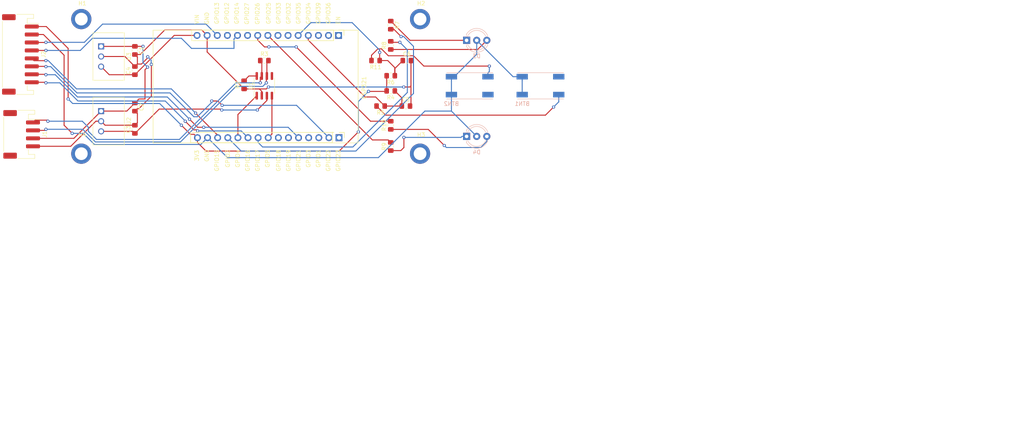
<source format=kicad_pcb>
(kicad_pcb (version 20171130) (host pcbnew "(5.1.4)-1")

  (general
    (thickness 1.6)
    (drawings 28)
    (tracks 323)
    (zones 0)
    (modules 30)
    (nets 43)
  )

  (page A4)
  (layers
    (0 F.Cu signal)
    (31 B.Cu signal)
    (32 B.Adhes user hide)
    (33 F.Adhes user hide)
    (34 B.Paste user hide)
    (35 F.Paste user hide)
    (36 B.SilkS user)
    (37 F.SilkS user)
    (38 B.Mask user)
    (39 F.Mask user)
    (40 Dwgs.User user)
    (41 Cmts.User user hide)
    (42 Eco1.User user hide)
    (43 Eco2.User user hide)
    (44 Edge.Cuts user)
    (45 Margin user hide)
    (46 B.CrtYd user hide)
    (47 F.CrtYd user hide)
    (48 B.Fab user hide)
    (49 F.Fab user hide)
  )

  (setup
    (last_trace_width 0.25)
    (trace_clearance 0.381)
    (zone_clearance 0.508)
    (zone_45_only no)
    (trace_min 0.2)
    (via_size 0.8)
    (via_drill 0.4)
    (via_min_size 0.4)
    (via_min_drill 0.3)
    (uvia_size 0.3)
    (uvia_drill 0.1)
    (uvias_allowed no)
    (uvia_min_size 0.2)
    (uvia_min_drill 0.1)
    (edge_width 0.05)
    (segment_width 0.2)
    (pcb_text_width 0.3)
    (pcb_text_size 1.5 1.5)
    (mod_edge_width 0.12)
    (mod_text_size 1 1)
    (mod_text_width 0.15)
    (pad_size 5.08 5.08)
    (pad_drill 3.200001)
    (pad_to_mask_clearance 0.051)
    (solder_mask_min_width 0.25)
    (aux_axis_origin 0 0)
    (visible_elements 7FFDFFFF)
    (pcbplotparams
      (layerselection 0x010fc_ffffffff)
      (usegerberextensions false)
      (usegerberattributes false)
      (usegerberadvancedattributes false)
      (creategerberjobfile false)
      (excludeedgelayer true)
      (linewidth 0.100000)
      (plotframeref false)
      (viasonmask false)
      (mode 1)
      (useauxorigin false)
      (hpglpennumber 1)
      (hpglpenspeed 20)
      (hpglpendiameter 15.000000)
      (psnegative false)
      (psa4output false)
      (plotreference true)
      (plotvalue true)
      (plotinvisibletext false)
      (padsonsilk false)
      (subtractmaskfromsilk false)
      (outputformat 1)
      (mirror false)
      (drillshape 1)
      (scaleselection 1)
      (outputdirectory ""))
  )

  (net 0 "")
  (net 1 "Net-(D3-Pad1)")
  (net 2 /ESP_GND)
  (net 3 "Net-(D3-Pad3)")
  (net 4 "Net-(D4-Pad3)")
  (net 5 "Net-(D4-Pad1)")
  (net 6 /ESP_3V3)
  (net 7 /CS)
  (net 8 /~R1)
  (net 9 /BUSY)
  (net 10 /~G1)
  (net 11 /~R2)
  (net 12 /~G2)
  (net 13 /RST)
  (net 14 "Net-(ESP321-Pad27)")
  (net 15 "Net-(ESP321-Pad28)")
  (net 16 /DC)
  (net 17 "Net-(ESP321-Pad30)")
  (net 18 /DIN)
  (net 19 "Net-(ESP321-Pad12)")
  (net 20 /CLK)
  (net 21 "Net-(ESP321-Pad10)")
  (net 22 "Net-(ESP321-Pad7)")
  (net 23 "Net-(ESP321-Pad6)")
  (net 24 /BUTTON2)
  (net 25 /BUTTON1)
  (net 26 "Net-(ESP321-Pad3)")
  (net 27 "Net-(ESP321-Pad2)")
  (net 28 "Net-(ESP321-Pad1)")
  (net 29 /CANTX)
  (net 30 /GLV_RTN)
  (net 31 /GLV_5V)
  (net 32 /CANRX)
  (net 33 "Net-(U1-Pad5)")
  (net 34 /CAN_L)
  (net 35 /CAN_H)
  (net 36 /GLV_24V)
  (net 37 /ESP_BUTTON1)
  (net 38 /ESP_BUTTON2)
  (net 39 "Net-(R2-Pad2)")
  (net 40 "Net-(ESP321-Pad24)")
  (net 41 "Net-(ESP321-Pad25)")
  (net 42 /GLV_9V)

  (net_class Default "This is the default net class."
    (clearance 0.381)
    (trace_width 0.25)
    (via_dia 0.8)
    (via_drill 0.4)
    (uvia_dia 0.3)
    (uvia_drill 0.1)
    (add_net /BUSY)
    (add_net /BUTTON1)
    (add_net /BUTTON2)
    (add_net /CANRX)
    (add_net /CANTX)
    (add_net /CAN_H)
    (add_net /CAN_L)
    (add_net /CLK)
    (add_net /CS)
    (add_net /DC)
    (add_net /DIN)
    (add_net /ESP_3V3)
    (add_net /ESP_BUTTON1)
    (add_net /ESP_BUTTON2)
    (add_net /ESP_GND)
    (add_net /GLV_24V)
    (add_net /GLV_5V)
    (add_net /GLV_9V)
    (add_net /GLV_RTN)
    (add_net /RST)
    (add_net /~G1)
    (add_net /~G2)
    (add_net /~R1)
    (add_net /~R2)
    (add_net "Net-(D3-Pad1)")
    (add_net "Net-(D3-Pad3)")
    (add_net "Net-(D4-Pad1)")
    (add_net "Net-(D4-Pad3)")
    (add_net "Net-(ESP321-Pad1)")
    (add_net "Net-(ESP321-Pad10)")
    (add_net "Net-(ESP321-Pad12)")
    (add_net "Net-(ESP321-Pad2)")
    (add_net "Net-(ESP321-Pad24)")
    (add_net "Net-(ESP321-Pad25)")
    (add_net "Net-(ESP321-Pad27)")
    (add_net "Net-(ESP321-Pad28)")
    (add_net "Net-(ESP321-Pad3)")
    (add_net "Net-(ESP321-Pad30)")
    (add_net "Net-(ESP321-Pad6)")
    (add_net "Net-(ESP321-Pad7)")
    (add_net "Net-(R2-Pad2)")
    (add_net "Net-(U1-Pad5)")
  )

  (module ESP32_Shield:ESP32_Devkit_DOIT_V1 (layer F.Cu) (tedit 5A56526C) (tstamp 5E3A2EEC)
    (at 101.6 73.66 270)
    (descr "Through hole straight pin header, 1x15, 2.54mm pitch, single row")
    (tags "Through hole pin header THT 1x15 2.54mm single row")
    (path /5E39D9F9)
    (fp_text reference ESP321 (at 14.45 -53 90) (layer F.SilkS)
      (effects (font (size 1 1) (thickness 0.15)))
    )
    (fp_text value ESP32_Devkit_DOIT_V1 (at 13.65 1.3 90) (layer F.Fab)
      (effects (font (size 1 1) (thickness 0.15)))
    )
    (fp_text user GPIO23 (at 32.75 -46.5 90) (layer F.SilkS)
      (effects (font (size 1 1) (thickness 0.15)))
    )
    (fp_text user GPIO22 (at 32.75 -44 90) (layer F.SilkS)
      (effects (font (size 1 1) (thickness 0.15)))
    )
    (fp_text user GPIO1 (at 32.25 -41.5 90) (layer F.SilkS)
      (effects (font (size 1 1) (thickness 0.15)))
    )
    (fp_text user GPIO3 (at 32.25 -39 90) (layer F.SilkS)
      (effects (font (size 1 1) (thickness 0.15)))
    )
    (fp_text user GPIO21 (at 32.75 -36.5 90) (layer F.SilkS)
      (effects (font (size 1 1) (thickness 0.15)))
    )
    (fp_text user GPIO19 (at 32.75 -34 90) (layer F.SilkS)
      (effects (font (size 1 1) (thickness 0.15)))
    )
    (fp_text user GPIO18 (at 32.75 -31.5 90) (layer F.SilkS)
      (effects (font (size 1 1) (thickness 0.15)))
    )
    (fp_text user GPIO5 (at 32.25 -28.75 90) (layer F.SilkS)
      (effects (font (size 1 1) (thickness 0.15)))
    )
    (fp_text user GPIO17 (at 32.75 -26.25 90) (layer F.SilkS)
      (effects (font (size 1 1) (thickness 0.15)))
    )
    (fp_text user GPIO16 (at 32.75 -23.75 90) (layer F.SilkS)
      (effects (font (size 1 1) (thickness 0.15)))
    )
    (fp_text user GPIO4 (at 32.25 -21.25 90) (layer F.SilkS)
      (effects (font (size 1 1) (thickness 0.15)))
    )
    (fp_text user GPIO2 (at 32.25 -18.75 90) (layer F.SilkS)
      (effects (font (size 1 1) (thickness 0.15)))
    )
    (fp_text user GPIO15 (at 32.75 -16 90) (layer F.SilkS)
      (effects (font (size 1 1) (thickness 0.15)))
    )
    (fp_text user 3V3 (at 31.5 -11 90) (layer F.SilkS)
      (effects (font (size 1 1) (thickness 0.15)))
    )
    (fp_text user VIN (at -2.75 -11 90) (layer F.SilkS)
      (effects (font (size 1 1) (thickness 0.15)))
    )
    (fp_text user GND (at 31.5 -13.5 90) (layer F.SilkS)
      (effects (font (size 1 1) (thickness 0.15)))
    )
    (fp_text user GND (at -3 -13.5 90) (layer F.SilkS)
      (effects (font (size 1 1) (thickness 0.15)))
    )
    (fp_text user GPIO13 (at -4.25 -16 90) (layer F.SilkS)
      (effects (font (size 1 1) (thickness 0.15)))
    )
    (fp_text user GPIO12 (at -4.25 -18.5 90) (layer F.SilkS)
      (effects (font (size 1 1) (thickness 0.15)))
    )
    (fp_text user GPIO14 (at -4.25 -21 90) (layer F.SilkS)
      (effects (font (size 1 1) (thickness 0.15)))
    )
    (fp_text user GPIO27 (at -4.15 -23.55 90) (layer F.SilkS)
      (effects (font (size 1 1) (thickness 0.15)))
    )
    (fp_text user GPIO26 (at -4.15 -26.2 90) (layer F.SilkS)
      (effects (font (size 1 1) (thickness 0.15)))
    )
    (fp_text user GPIO25 (at -4.25 -29 90) (layer F.SilkS)
      (effects (font (size 1 1) (thickness 0.15)))
    )
    (fp_text user GPIO33 (at -4.25 -31.5 90) (layer F.SilkS)
      (effects (font (size 1 1) (thickness 0.15)))
    )
    (fp_text user GPIO32 (at -4.25 -34 90) (layer F.SilkS)
      (effects (font (size 1 1) (thickness 0.15)))
    )
    (fp_text user GPIO35 (at -4.25 -36.5 90) (layer F.SilkS)
      (effects (font (size 1 1) (thickness 0.15)))
    )
    (fp_text user GPIO34 (at -4.25 -39 90) (layer F.SilkS)
      (effects (font (size 1 1) (thickness 0.15)))
    )
    (fp_text user GPIO39 (at -4.25 -41.5 90) (layer F.SilkS)
      (effects (font (size 1 1) (thickness 0.15)))
    )
    (fp_text user GPIO36 (at -4.25 -44 90) (layer F.SilkS)
      (effects (font (size 1 1) (thickness 0.15)))
    )
    (fp_text user EN (at -2.5 -46.5 90) (layer F.SilkS)
      (effects (font (size 1 1) (thickness 0.15)))
    )
    (fp_line (start 28.3 -51.5) (end -0.05 -51.5) (layer F.SilkS) (width 0.15))
    (fp_line (start 28.3 -42.9) (end 28.3 -51.45) (layer F.SilkS) (width 0.15))
    (fp_line (start 0 -51.4) (end 0 0) (layer F.SilkS) (width 0.15))
    (fp_line (start 0 0) (end 28.3 0) (layer F.SilkS) (width 0.15))
    (fp_line (start 28.3 0) (end 28.3 -43) (layer F.SilkS) (width 0.15))
    (fp_text user %R (at 27 -28.92) (layer F.Fab)
      (effects (font (size 1 1) (thickness 0.15)))
    )
    (fp_line (start 25.67 -48.03) (end 27 -48.03) (layer F.SilkS) (width 0.12))
    (fp_line (start 25.67 -46.7) (end 25.67 -48.03) (layer F.SilkS) (width 0.12))
    (fp_line (start 25.57 -45.03) (end 28.23 -45.03) (layer F.SilkS) (width 0.12))
    (fp_line (start 28.23 -45.03) (end 28.23 -9.41) (layer F.SilkS) (width 0.12))
    (fp_line (start 25.67 -45.43) (end 25.67 -9.81) (layer F.SilkS) (width 0.12))
    (fp_line (start 25.57 -9.41) (end 28.23 -9.41) (layer F.SilkS) (width 0.12))
    (fp_line (start 25.73 -47.335) (end 26.365 -47.97) (layer F.Fab) (width 0.1))
    (fp_line (start 25.73 -9.87) (end 25.73 -47.335) (layer F.Fab) (width 0.1))
    (fp_line (start 28.27 -9.47) (end 25.73 -9.47) (layer F.Fab) (width 0.1))
    (fp_line (start 28.27 -47.57) (end 28.27 -9.47) (layer F.Fab) (width 0.1))
    (fp_line (start 26.365 -47.57) (end 28.27 -47.57) (layer F.Fab) (width 0.1))
    (fp_line (start 26.365 -47.57) (end 28.27 -47.57) (layer F.Fab) (width 0.1))
    (fp_line (start 28.27 -47.57) (end 28.27 -9.47) (layer F.Fab) (width 0.1))
    (fp_line (start 28.27 -9.47) (end 25.73 -9.47) (layer F.Fab) (width 0.1))
    (fp_line (start 25.73 -9.87) (end 25.73 -47.335) (layer F.Fab) (width 0.1))
    (fp_line (start 25.73 -47.335) (end 26.365 -47.97) (layer F.Fab) (width 0.1))
    (fp_line (start 25.57 -9.41) (end 28.23 -9.41) (layer F.SilkS) (width 0.12))
    (fp_line (start 25.67 -45.43) (end 25.67 -9.81) (layer F.SilkS) (width 0.12))
    (fp_line (start 28.23 -45.03) (end 28.23 -9.41) (layer F.SilkS) (width 0.12))
    (fp_line (start 25.57 -45.03) (end 28.23 -45.03) (layer F.SilkS) (width 0.12))
    (fp_line (start 25.67 -46.7) (end 25.67 -48.03) (layer F.SilkS) (width 0.12))
    (fp_line (start 25.67 -48.03) (end 27 -48.03) (layer F.SilkS) (width 0.12))
    (fp_text user %R (at 27 -28.92) (layer F.Fab)
      (effects (font (size 1 1) (thickness 0.15)))
    )
    (fp_text user %R (at 1.3 -28.82) (layer F.Fab)
      (effects (font (size 1 1) (thickness 0.15)))
    )
    (fp_line (start -0.03 -47.93) (end 1.3 -47.93) (layer F.SilkS) (width 0.12))
    (fp_line (start -0.03 -46.6) (end -0.03 -47.93) (layer F.SilkS) (width 0.12))
    (fp_line (start -0.03 -45.33) (end 2.63 -45.33) (layer F.SilkS) (width 0.12))
    (fp_line (start 2.63 -45.33) (end 2.63 -9.71) (layer F.SilkS) (width 0.12))
    (fp_line (start -0.03 -45.33) (end -0.03 -9.71) (layer F.SilkS) (width 0.12))
    (fp_line (start -0.03 -9.71) (end 2.63 -9.71) (layer F.SilkS) (width 0.12))
    (fp_line (start 0.03 -47.235) (end 0.665 -47.87) (layer F.Fab) (width 0.1))
    (fp_line (start 0.03 -9.77) (end 0.03 -47.235) (layer F.Fab) (width 0.1))
    (fp_line (start 2.57 -9.77) (end 0.03 -9.77) (layer F.Fab) (width 0.1))
    (fp_line (start 2.57 -47.87) (end 2.57 -9.77) (layer F.Fab) (width 0.1))
    (fp_line (start 0.665 -47.87) (end 2.57 -47.87) (layer F.Fab) (width 0.1))
    (fp_line (start 0.665 -47.87) (end 2.57 -47.87) (layer F.Fab) (width 0.1))
    (fp_line (start 2.57 -47.87) (end 2.57 -9.77) (layer F.Fab) (width 0.1))
    (fp_line (start 2.57 -9.77) (end 0.03 -9.77) (layer F.Fab) (width 0.1))
    (fp_line (start 0.03 -9.77) (end 0.03 -47.235) (layer F.Fab) (width 0.1))
    (fp_line (start 0.03 -47.235) (end 0.665 -47.87) (layer F.Fab) (width 0.1))
    (fp_line (start -0.03 -9.71) (end 2.63 -9.71) (layer F.SilkS) (width 0.12))
    (fp_line (start -0.03 -45.33) (end -0.03 -9.71) (layer F.SilkS) (width 0.12))
    (fp_line (start 2.63 -45.33) (end 2.63 -9.71) (layer F.SilkS) (width 0.12))
    (fp_line (start -0.03 -45.33) (end 2.63 -45.33) (layer F.SilkS) (width 0.12))
    (fp_line (start -0.03 -46.6) (end -0.03 -47.93) (layer F.SilkS) (width 0.12))
    (fp_line (start -0.03 -47.93) (end 1.3 -47.93) (layer F.SilkS) (width 0.12))
    (fp_text user %R (at 1.3 -28.82) (layer F.Fab)
      (effects (font (size 1 1) (thickness 0.15)))
    )
    (pad 16 thru_hole oval (at 27 -11.14 270) (size 1.7 1.7) (drill 1) (layers *.Cu *.Mask)
      (net 6 /ESP_3V3))
    (pad 17 thru_hole oval (at 27 -13.68 270) (size 1.7 1.7) (drill 1) (layers *.Cu *.Mask)
      (net 2 /ESP_GND))
    (pad 18 thru_hole oval (at 27 -16.22 270) (size 1.7 1.7) (drill 1) (layers *.Cu *.Mask)
      (net 7 /CS))
    (pad 19 thru_hole oval (at 27 -18.76 270) (size 1.7 1.7) (drill 1) (layers *.Cu *.Mask)
      (net 8 /~R1))
    (pad 20 thru_hole oval (at 27 -21.3 270) (size 1.7 1.7) (drill 1) (layers *.Cu *.Mask)
      (net 29 /CANTX))
    (pad 21 thru_hole oval (at 27 -23.84 270) (size 1.7 1.7) (drill 1) (layers *.Cu *.Mask)
      (net 9 /BUSY))
    (pad 22 thru_hole oval (at 27 -26.38 270) (size 1.7 1.7) (drill 1) (layers *.Cu *.Mask)
      (net 10 /~G1))
    (pad 23 thru_hole oval (at 27 -28.92 270) (size 1.7 1.7) (drill 1) (layers *.Cu *.Mask)
      (net 32 /CANRX))
    (pad 24 thru_hole oval (at 27 -31.46 270) (size 1.7 1.7) (drill 1) (layers *.Cu *.Mask)
      (net 40 "Net-(ESP321-Pad24)"))
    (pad 25 thru_hole oval (at 27 -34 270) (size 1.7 1.7) (drill 1) (layers *.Cu *.Mask)
      (net 41 "Net-(ESP321-Pad25)"))
    (pad 26 thru_hole oval (at 27 -36.54 270) (size 1.7 1.7) (drill 1) (layers *.Cu *.Mask)
      (net 13 /RST))
    (pad 27 thru_hole oval (at 27 -39.08 270) (size 1.7 1.7) (drill 1) (layers *.Cu *.Mask)
      (net 14 "Net-(ESP321-Pad27)"))
    (pad 28 thru_hole oval (at 27 -41.62 270) (size 1.7 1.7) (drill 1) (layers *.Cu *.Mask)
      (net 15 "Net-(ESP321-Pad28)"))
    (pad 29 thru_hole oval (at 27 -44.16 270) (size 1.7 1.7) (drill 1) (layers *.Cu *.Mask)
      (net 16 /DC))
    (pad 30 thru_hole rect (at 27 -46.7 270) (size 1.7 1.7) (drill 1) (layers *.Cu *.Mask)
      (net 17 "Net-(ESP321-Pad30)"))
    (pad 30 thru_hole rect (at 27 -46.7 270) (size 1.7 1.7) (drill 1) (layers *.Cu *.Mask)
      (net 17 "Net-(ESP321-Pad30)"))
    (pad 29 thru_hole oval (at 27 -44.16 270) (size 1.7 1.7) (drill 1) (layers *.Cu *.Mask)
      (net 16 /DC))
    (pad 28 thru_hole oval (at 27 -41.62 270) (size 1.7 1.7) (drill 1) (layers *.Cu *.Mask)
      (net 15 "Net-(ESP321-Pad28)"))
    (pad 27 thru_hole oval (at 27 -39.08 270) (size 1.7 1.7) (drill 1) (layers *.Cu *.Mask)
      (net 14 "Net-(ESP321-Pad27)"))
    (pad 26 thru_hole oval (at 27 -36.54 270) (size 1.7 1.7) (drill 1) (layers *.Cu *.Mask)
      (net 13 /RST))
    (pad 25 thru_hole oval (at 27 -34 270) (size 1.7 1.7) (drill 1) (layers *.Cu *.Mask)
      (net 41 "Net-(ESP321-Pad25)"))
    (pad 24 thru_hole oval (at 27 -31.46 270) (size 1.7 1.7) (drill 1) (layers *.Cu *.Mask)
      (net 40 "Net-(ESP321-Pad24)"))
    (pad 23 thru_hole oval (at 27 -28.92 270) (size 1.7 1.7) (drill 1) (layers *.Cu *.Mask)
      (net 32 /CANRX))
    (pad 22 thru_hole oval (at 27 -26.38 270) (size 1.7 1.7) (drill 1) (layers *.Cu *.Mask)
      (net 10 /~G1))
    (pad 21 thru_hole oval (at 27 -23.84 270) (size 1.7 1.7) (drill 1) (layers *.Cu *.Mask)
      (net 9 /BUSY))
    (pad 20 thru_hole oval (at 27 -21.3 270) (size 1.7 1.7) (drill 1) (layers *.Cu *.Mask)
      (net 29 /CANTX))
    (pad 19 thru_hole oval (at 27 -18.76 270) (size 1.7 1.7) (drill 1) (layers *.Cu *.Mask)
      (net 8 /~R1))
    (pad 18 thru_hole oval (at 27 -16.22 270) (size 1.7 1.7) (drill 1) (layers *.Cu *.Mask)
      (net 7 /CS))
    (pad 17 thru_hole oval (at 27 -13.68 270) (size 1.7 1.7) (drill 1) (layers *.Cu *.Mask)
      (net 2 /ESP_GND))
    (pad 16 thru_hole oval (at 27 -11.14 270) (size 1.7 1.7) (drill 1) (layers *.Cu *.Mask)
      (net 6 /ESP_3V3))
    (pad 15 thru_hole oval (at 1.3 -11.04 270) (size 1.7 1.7) (drill 1) (layers *.Cu *.Mask)
      (net 42 /GLV_9V))
    (pad 14 thru_hole oval (at 1.3 -13.58 270) (size 1.7 1.7) (drill 1) (layers *.Cu *.Mask)
      (net 30 /GLV_RTN))
    (pad 13 thru_hole oval (at 1.3 -16.12 270) (size 1.7 1.7) (drill 1) (layers *.Cu *.Mask)
      (net 18 /DIN))
    (pad 12 thru_hole oval (at 1.3 -18.66 270) (size 1.7 1.7) (drill 1) (layers *.Cu *.Mask)
      (net 19 "Net-(ESP321-Pad12)"))
    (pad 11 thru_hole oval (at 1.3 -21.2 270) (size 1.7 1.7) (drill 1) (layers *.Cu *.Mask)
      (net 20 /CLK))
    (pad 10 thru_hole oval (at 1.3 -23.74 270) (size 1.7 1.7) (drill 1) (layers *.Cu *.Mask)
      (net 21 "Net-(ESP321-Pad10)"))
    (pad 9 thru_hole oval (at 1.3 -26.28 270) (size 1.7 1.7) (drill 1) (layers *.Cu *.Mask)
      (net 12 /~G2))
    (pad 8 thru_hole oval (at 1.3 -28.82 270) (size 1.7 1.7) (drill 1) (layers *.Cu *.Mask)
      (net 11 /~R2))
    (pad 7 thru_hole oval (at 1.3 -31.36 270) (size 1.7 1.7) (drill 1) (layers *.Cu *.Mask)
      (net 22 "Net-(ESP321-Pad7)"))
    (pad 6 thru_hole oval (at 1.3 -33.9 270) (size 1.7 1.7) (drill 1) (layers *.Cu *.Mask)
      (net 23 "Net-(ESP321-Pad6)"))
    (pad 5 thru_hole oval (at 1.3 -36.44 270) (size 1.7 1.7) (drill 1) (layers *.Cu *.Mask)
      (net 38 /ESP_BUTTON2))
    (pad 4 thru_hole oval (at 1.3 -38.98 270) (size 1.7 1.7) (drill 1) (layers *.Cu *.Mask)
      (net 37 /ESP_BUTTON1))
    (pad 3 thru_hole oval (at 1.3 -41.52 270) (size 1.7 1.7) (drill 1) (layers *.Cu *.Mask)
      (net 26 "Net-(ESP321-Pad3)"))
    (pad 2 thru_hole oval (at 1.3 -44.06 270) (size 1.7 1.7) (drill 1) (layers *.Cu *.Mask)
      (net 27 "Net-(ESP321-Pad2)"))
    (pad 1 thru_hole rect (at 1.3 -46.6 270) (size 1.7 1.7) (drill 1) (layers *.Cu *.Mask)
      (net 28 "Net-(ESP321-Pad1)"))
    (pad 1 thru_hole rect (at 1.3 -46.6 270) (size 1.7 1.7) (drill 1) (layers *.Cu *.Mask)
      (net 28 "Net-(ESP321-Pad1)"))
    (pad 2 thru_hole oval (at 1.3 -44.06 270) (size 1.7 1.7) (drill 1) (layers *.Cu *.Mask)
      (net 27 "Net-(ESP321-Pad2)"))
    (pad 3 thru_hole oval (at 1.3 -41.52 270) (size 1.7 1.7) (drill 1) (layers *.Cu *.Mask)
      (net 26 "Net-(ESP321-Pad3)"))
    (pad 4 thru_hole oval (at 1.3 -38.98 270) (size 1.7 1.7) (drill 1) (layers *.Cu *.Mask)
      (net 37 /ESP_BUTTON1))
    (pad 5 thru_hole oval (at 1.3 -36.44 270) (size 1.7 1.7) (drill 1) (layers *.Cu *.Mask)
      (net 38 /ESP_BUTTON2))
    (pad 6 thru_hole oval (at 1.3 -33.9 270) (size 1.7 1.7) (drill 1) (layers *.Cu *.Mask)
      (net 23 "Net-(ESP321-Pad6)"))
    (pad 7 thru_hole oval (at 1.3 -31.36 270) (size 1.7 1.7) (drill 1) (layers *.Cu *.Mask)
      (net 22 "Net-(ESP321-Pad7)"))
    (pad 8 thru_hole oval (at 1.3 -28.82 270) (size 1.7 1.7) (drill 1) (layers *.Cu *.Mask)
      (net 11 /~R2))
    (pad 9 thru_hole oval (at 1.3 -26.28 270) (size 1.7 1.7) (drill 1) (layers *.Cu *.Mask)
      (net 12 /~G2))
    (pad 10 thru_hole oval (at 1.3 -23.74 270) (size 1.7 1.7) (drill 1) (layers *.Cu *.Mask)
      (net 21 "Net-(ESP321-Pad10)"))
    (pad 11 thru_hole oval (at 1.3 -21.2 270) (size 1.7 1.7) (drill 1) (layers *.Cu *.Mask)
      (net 20 /CLK))
    (pad 12 thru_hole oval (at 1.3 -18.66 270) (size 1.7 1.7) (drill 1) (layers *.Cu *.Mask)
      (net 19 "Net-(ESP321-Pad12)"))
    (pad 13 thru_hole oval (at 1.3 -16.12 270) (size 1.7 1.7) (drill 1) (layers *.Cu *.Mask)
      (net 18 /DIN))
    (pad 14 thru_hole oval (at 1.3 -13.58 270) (size 1.7 1.7) (drill 1) (layers *.Cu *.Mask)
      (net 30 /GLV_RTN))
    (pad 15 thru_hole oval (at 1.3 -11.04 270) (size 1.7 1.7) (drill 1) (layers *.Cu *.Mask)
      (net 42 /GLV_9V))
    (model ${KISYS3DMOD}/Pin_Headers.3dshapes/Pin_Header_Straight_1x15_Pitch2.54mm.wrl
      (at (xyz 0 0 0))
      (scale (xyz 1 1 1))
      (rotate (xyz 0 0 0))
    )
  )

  (module Connector_JST:JST_PH_S8B-PH-SM4-TB_1x08-1MP_P2.00mm_Horizontal (layer F.Cu) (tedit 5B78AD87) (tstamp 5E49C2CE)
    (at 68.27 79.74 270)
    (descr "JST PH series connector, S8B-PH-SM4-TB (http://www.jst-mfg.com/product/pdf/eng/ePH.pdf), generated with kicad-footprint-generator")
    (tags "connector JST PH top entry")
    (path /5DD793FC)
    (attr smd)
    (fp_text reference J2 (at 0 -5.8 90) (layer F.SilkS)
      (effects (font (size 1 1) (thickness 0.15)))
    )
    (fp_text value Display (at 0 5.8 90) (layer F.Fab)
      (effects (font (size 1 1) (thickness 0.15)))
    )
    (fp_line (start -9.95 -3.2) (end -9.15 -3.2) (layer F.Fab) (width 0.1))
    (fp_line (start -9.15 -3.2) (end -9.15 -1.6) (layer F.Fab) (width 0.1))
    (fp_line (start -9.15 -1.6) (end 9.15 -1.6) (layer F.Fab) (width 0.1))
    (fp_line (start 9.15 -1.6) (end 9.15 -3.2) (layer F.Fab) (width 0.1))
    (fp_line (start 9.15 -3.2) (end 9.95 -3.2) (layer F.Fab) (width 0.1))
    (fp_line (start -10.06 0.94) (end -10.06 -3.31) (layer F.SilkS) (width 0.12))
    (fp_line (start -10.06 -3.31) (end -9.04 -3.31) (layer F.SilkS) (width 0.12))
    (fp_line (start -9.04 -3.31) (end -9.04 -1.71) (layer F.SilkS) (width 0.12))
    (fp_line (start -9.04 -1.71) (end -7.76 -1.71) (layer F.SilkS) (width 0.12))
    (fp_line (start -7.76 -1.71) (end -7.76 -4.6) (layer F.SilkS) (width 0.12))
    (fp_line (start 10.06 0.94) (end 10.06 -3.31) (layer F.SilkS) (width 0.12))
    (fp_line (start 10.06 -3.31) (end 9.04 -3.31) (layer F.SilkS) (width 0.12))
    (fp_line (start 9.04 -3.31) (end 9.04 -1.71) (layer F.SilkS) (width 0.12))
    (fp_line (start 9.04 -1.71) (end 7.76 -1.71) (layer F.SilkS) (width 0.12))
    (fp_line (start -8.34 4.51) (end 8.34 4.51) (layer F.SilkS) (width 0.12))
    (fp_line (start -9.95 4.4) (end 9.95 4.4) (layer F.Fab) (width 0.1))
    (fp_line (start -9.95 -3.2) (end -9.95 4.4) (layer F.Fab) (width 0.1))
    (fp_line (start 9.95 -3.2) (end 9.95 4.4) (layer F.Fab) (width 0.1))
    (fp_line (start -10.6 -5.1) (end -10.6 5.1) (layer F.CrtYd) (width 0.05))
    (fp_line (start -10.6 5.1) (end 10.6 5.1) (layer F.CrtYd) (width 0.05))
    (fp_line (start 10.6 5.1) (end 10.6 -5.1) (layer F.CrtYd) (width 0.05))
    (fp_line (start 10.6 -5.1) (end -10.6 -5.1) (layer F.CrtYd) (width 0.05))
    (fp_line (start -7.5 -1.6) (end -7 -0.892893) (layer F.Fab) (width 0.1))
    (fp_line (start -7 -0.892893) (end -6.5 -1.6) (layer F.Fab) (width 0.1))
    (fp_text user %R (at 0 1.5 90) (layer F.Fab)
      (effects (font (size 1 1) (thickness 0.15)))
    )
    (pad 1 smd roundrect (at -7 -2.85 270) (size 1 3.5) (layers F.Cu F.Paste F.Mask) (roundrect_rratio 0.25)
      (net 6 /ESP_3V3))
    (pad 2 smd roundrect (at -5 -2.85 270) (size 1 3.5) (layers F.Cu F.Paste F.Mask) (roundrect_rratio 0.25)
      (net 2 /ESP_GND))
    (pad 3 smd roundrect (at -3 -2.85 270) (size 1 3.5) (layers F.Cu F.Paste F.Mask) (roundrect_rratio 0.25)
      (net 18 /DIN))
    (pad 4 smd roundrect (at -1 -2.85 270) (size 1 3.5) (layers F.Cu F.Paste F.Mask) (roundrect_rratio 0.25)
      (net 20 /CLK))
    (pad 5 smd roundrect (at 1 -2.85 270) (size 1 3.5) (layers F.Cu F.Paste F.Mask) (roundrect_rratio 0.25)
      (net 7 /CS))
    (pad 6 smd roundrect (at 3 -2.85 270) (size 1 3.5) (layers F.Cu F.Paste F.Mask) (roundrect_rratio 0.25)
      (net 16 /DC))
    (pad 7 smd roundrect (at 5 -2.85 270) (size 1 3.5) (layers F.Cu F.Paste F.Mask) (roundrect_rratio 0.25)
      (net 13 /RST))
    (pad 8 smd roundrect (at 7 -2.85 270) (size 1 3.5) (layers F.Cu F.Paste F.Mask) (roundrect_rratio 0.25)
      (net 9 /BUSY))
    (pad MP smd roundrect (at -9.35 2.9 270) (size 1.5 3.4) (layers F.Cu F.Paste F.Mask) (roundrect_rratio 0.166667))
    (pad MP smd roundrect (at 9.35 2.9 270) (size 1.5 3.4) (layers F.Cu F.Paste F.Mask) (roundrect_rratio 0.166667))
    (model ${KISYS3DMOD}/Connector_JST.3dshapes/JST_PH_S8B-PH-SM4-TB_1x08-1MP_P2.00mm_Horizontal.wrl
      (at (xyz 0 0 0))
      (scale (xyz 1 1 1))
      (rotate (xyz 0 0 0))
    )
  )

  (module Lafayette_Electric_Car_Footprints:PushButton (layer B.Cu) (tedit 5DD2EDD8) (tstamp 5E3A2E25)
    (at 198.91 87.63)
    (path /5E48D04A)
    (fp_text reference BTN1 (at -4.6 4.5) (layer B.SilkS)
      (effects (font (size 1 1) (thickness 0.15)) (justify mirror))
    )
    (fp_text value PushButton (at 3.6 4.5) (layer B.Fab)
      (effects (font (size 1 1) (thickness 0.15)) (justify mirror))
    )
    (fp_line (start 5.8 -3.3) (end -5.8 3.3) (layer Dwgs.User) (width 0.12))
    (fp_line (start -5.8 -3.3) (end 5.8 3.3) (layer Dwgs.User) (width 0.12))
    (fp_line (start -5.8 -3.3) (end 5.8 -3.3) (layer B.SilkS) (width 0.12))
    (fp_line (start -5.8 3.3) (end 5.8 3.3) (layer B.SilkS) (width 0.12))
    (pad 2 smd rect (at 4.575 2.2) (size 2.85 1.4) (layers B.Cu B.Paste B.Mask)
      (net 25 /BUTTON1))
    (pad 2 smd rect (at 4.575 -2.3) (size 2.85 1.4) (layers B.Cu B.Paste B.Mask)
      (net 25 /BUTTON1))
    (pad 1 smd rect (at -4.6 -2.3) (size 2.85 1.4) (layers B.Cu B.Paste B.Mask)
      (net 2 /ESP_GND))
    (pad 1 smd rect (at -4.6 2.2) (size 2.85 1.4) (layers B.Cu B.Paste B.Mask)
      (net 2 /ESP_GND))
    (model ${KIPRJMOD}/3dModels/ButtonMount.step
      (offset (xyz 0 2.5 0))
      (scale (xyz 1 1 1))
      (rotate (xyz 0 0 0))
    )
    (model ${KIPRJMOD}/3dModels/ButtonCap.step
      (offset (xyz 0 0 4))
      (scale (xyz 1 1 1))
      (rotate (xyz 0 0 0))
    )
  )

  (module Lafayette_Electric_Car_Footprints:PushButton (layer B.Cu) (tedit 5DD2EDD8) (tstamp 5E3A2E31)
    (at 181.13 87.63)
    (path /5E48FC6E)
    (fp_text reference BTN2 (at -4.6 4.5) (layer B.SilkS)
      (effects (font (size 1 1) (thickness 0.15)) (justify mirror))
    )
    (fp_text value PushButton (at 3.6 4.5) (layer B.Fab)
      (effects (font (size 1 1) (thickness 0.15)) (justify mirror))
    )
    (fp_line (start -5.8 3.3) (end 5.8 3.3) (layer B.SilkS) (width 0.12))
    (fp_line (start -5.8 -3.3) (end 5.8 -3.3) (layer B.SilkS) (width 0.12))
    (fp_line (start -5.8 -3.3) (end 5.8 3.3) (layer Dwgs.User) (width 0.12))
    (fp_line (start 5.8 -3.3) (end -5.8 3.3) (layer Dwgs.User) (width 0.12))
    (pad 1 smd rect (at -4.6 2.2) (size 2.85 1.4) (layers B.Cu B.Paste B.Mask)
      (net 2 /ESP_GND))
    (pad 1 smd rect (at -4.6 -2.3) (size 2.85 1.4) (layers B.Cu B.Paste B.Mask)
      (net 2 /ESP_GND))
    (pad 2 smd rect (at 4.575 -2.3) (size 2.85 1.4) (layers B.Cu B.Paste B.Mask)
      (net 24 /BUTTON2))
    (pad 2 smd rect (at 4.575 2.2) (size 2.85 1.4) (layers B.Cu B.Paste B.Mask)
      (net 24 /BUTTON2))
    (model ${KIPRJMOD}/3dModels/ButtonMount.step
      (offset (xyz 0 2.5 0))
      (scale (xyz 1 1 1))
      (rotate (xyz 0 0 0))
    )
    (model ${KIPRJMOD}/3dModels/ButtonCap.step
      (offset (xyz 0 0 4))
      (scale (xyz 1 1 1))
      (rotate (xyz 0 0 0))
    )
  )

  (module LED_THT:LED_D5.0mm-3 (layer B.Cu) (tedit 587A3A7B) (tstamp 5E3A2E45)
    (at 180.34 76.2)
    (descr "LED, diameter 5.0mm, 2 pins, diameter 5.0mm, 3 pins, http://www.kingbright.com/attachments/file/psearch/000/00/00/L-59EGC(Ver.17A).pdf")
    (tags "LED diameter 5.0mm 2 pins diameter 5.0mm 3 pins")
    (path /5E3A3924)
    (fp_text reference D3 (at 2.54 3.96) (layer B.SilkS)
      (effects (font (size 1 1) (thickness 0.15)) (justify mirror))
    )
    (fp_text value LED_Dual_ACA (at 2.54 -3.96) (layer B.Fab)
      (effects (font (size 1 1) (thickness 0.15)) (justify mirror))
    )
    (fp_arc (start 2.54 0) (end 0.04 1.469694) (angle -299.1) (layer B.Fab) (width 0.1))
    (fp_arc (start 2.54 0) (end -0.02 1.54483) (angle -127.7) (layer B.SilkS) (width 0.12))
    (fp_arc (start 2.54 0) (end -0.02 -1.54483) (angle 127.7) (layer B.SilkS) (width 0.12))
    (fp_arc (start 2.54 0) (end 0.285316 1.08) (angle -128.8) (layer B.SilkS) (width 0.12))
    (fp_arc (start 2.54 0) (end 0.285316 -1.08) (angle 128.8) (layer B.SilkS) (width 0.12))
    (fp_circle (center 2.54 0) (end 5.04 0) (layer B.Fab) (width 0.1))
    (fp_line (start 0.04 1.469694) (end 0.04 -1.469694) (layer B.Fab) (width 0.1))
    (fp_line (start -0.02 1.545) (end -0.02 1.08) (layer B.SilkS) (width 0.12))
    (fp_line (start -0.02 -1.08) (end -0.02 -1.545) (layer B.SilkS) (width 0.12))
    (fp_line (start -1.15 3.25) (end -1.15 -3.25) (layer B.CrtYd) (width 0.05))
    (fp_line (start -1.15 -3.25) (end 6.25 -3.25) (layer B.CrtYd) (width 0.05))
    (fp_line (start 6.25 -3.25) (end 6.25 3.25) (layer B.CrtYd) (width 0.05))
    (fp_line (start 6.25 3.25) (end -1.15 3.25) (layer B.CrtYd) (width 0.05))
    (pad 1 thru_hole rect (at 0 0) (size 1.8 1.8) (drill 0.9) (layers *.Cu *.Mask)
      (net 1 "Net-(D3-Pad1)"))
    (pad 2 thru_hole circle (at 2.54 0) (size 1.8 1.8) (drill 0.9) (layers *.Cu *.Mask)
      (net 2 /ESP_GND))
    (pad 3 thru_hole circle (at 5.08 0) (size 1.8 1.8) (drill 0.9) (layers *.Cu *.Mask)
      (net 3 "Net-(D3-Pad3)"))
    (model ${KISYS3DMOD}/LED_THT.3dshapes/LED_D5.0mm-3.wrl
      (at (xyz 0 0 0))
      (scale (xyz 1 1 1))
      (rotate (xyz 0 0 0))
    )
  )

  (module LED_THT:LED_D5.0mm-3 (layer B.Cu) (tedit 587A3A7B) (tstamp 5E3A2E59)
    (at 180.34 100.33)
    (descr "LED, diameter 5.0mm, 2 pins, diameter 5.0mm, 3 pins, http://www.kingbright.com/attachments/file/psearch/000/00/00/L-59EGC(Ver.17A).pdf")
    (tags "LED diameter 5.0mm 2 pins diameter 5.0mm 3 pins")
    (path /5E3A4DF7)
    (fp_text reference D4 (at 2.54 3.96) (layer B.SilkS)
      (effects (font (size 1 1) (thickness 0.15)) (justify mirror))
    )
    (fp_text value LED_Dual_ACA (at 2.54 -3.96) (layer B.Fab)
      (effects (font (size 1 1) (thickness 0.15)) (justify mirror))
    )
    (fp_line (start 6.25 3.25) (end -1.15 3.25) (layer B.CrtYd) (width 0.05))
    (fp_line (start 6.25 -3.25) (end 6.25 3.25) (layer B.CrtYd) (width 0.05))
    (fp_line (start -1.15 -3.25) (end 6.25 -3.25) (layer B.CrtYd) (width 0.05))
    (fp_line (start -1.15 3.25) (end -1.15 -3.25) (layer B.CrtYd) (width 0.05))
    (fp_line (start -0.02 -1.08) (end -0.02 -1.545) (layer B.SilkS) (width 0.12))
    (fp_line (start -0.02 1.545) (end -0.02 1.08) (layer B.SilkS) (width 0.12))
    (fp_line (start 0.04 1.469694) (end 0.04 -1.469694) (layer B.Fab) (width 0.1))
    (fp_circle (center 2.54 0) (end 5.04 0) (layer B.Fab) (width 0.1))
    (fp_arc (start 2.54 0) (end 0.285316 -1.08) (angle 128.8) (layer B.SilkS) (width 0.12))
    (fp_arc (start 2.54 0) (end 0.285316 1.08) (angle -128.8) (layer B.SilkS) (width 0.12))
    (fp_arc (start 2.54 0) (end -0.02 -1.54483) (angle 127.7) (layer B.SilkS) (width 0.12))
    (fp_arc (start 2.54 0) (end -0.02 1.54483) (angle -127.7) (layer B.SilkS) (width 0.12))
    (fp_arc (start 2.54 0) (end 0.04 1.469694) (angle -299.1) (layer B.Fab) (width 0.1))
    (pad 3 thru_hole circle (at 5.08 0) (size 1.8 1.8) (drill 0.9) (layers *.Cu *.Mask)
      (net 4 "Net-(D4-Pad3)"))
    (pad 2 thru_hole circle (at 2.54 0) (size 1.8 1.8) (drill 0.9) (layers *.Cu *.Mask)
      (net 2 /ESP_GND))
    (pad 1 thru_hole rect (at 0 0) (size 1.8 1.8) (drill 0.9) (layers *.Cu *.Mask)
      (net 5 "Net-(D4-Pad1)"))
    (model ${KISYS3DMOD}/LED_THT.3dshapes/LED_D5.0mm-3.wrl
      (at (xyz 0 0 0))
      (scale (xyz 1 1 1))
      (rotate (xyz 0 0 0))
    )
  )

  (module Package_SO:SOIC-8_3.9x4.9mm_P1.27mm (layer F.Cu) (tedit 5C97300E) (tstamp 5E3A2F06)
    (at 129.54 87.63 90)
    (descr "SOIC, 8 Pin (JEDEC MS-012AA, https://www.analog.com/media/en/package-pcb-resources/package/pkg_pdf/soic_narrow-r/r_8.pdf), generated with kicad-footprint-generator ipc_gullwing_generator.py")
    (tags "SOIC SO")
    (path /5DD84DD1)
    (attr smd)
    (fp_text reference U1 (at 0 -3.4 90) (layer F.SilkS)
      (effects (font (size 1 1) (thickness 0.15)))
    )
    (fp_text value MCP2551-I-SN (at 0 3.4 90) (layer F.Fab)
      (effects (font (size 1 1) (thickness 0.15)))
    )
    (fp_line (start 0 2.56) (end 1.95 2.56) (layer F.SilkS) (width 0.12))
    (fp_line (start 0 2.56) (end -1.95 2.56) (layer F.SilkS) (width 0.12))
    (fp_line (start 0 -2.56) (end 1.95 -2.56) (layer F.SilkS) (width 0.12))
    (fp_line (start 0 -2.56) (end -3.45 -2.56) (layer F.SilkS) (width 0.12))
    (fp_line (start -0.975 -2.45) (end 1.95 -2.45) (layer F.Fab) (width 0.1))
    (fp_line (start 1.95 -2.45) (end 1.95 2.45) (layer F.Fab) (width 0.1))
    (fp_line (start 1.95 2.45) (end -1.95 2.45) (layer F.Fab) (width 0.1))
    (fp_line (start -1.95 2.45) (end -1.95 -1.475) (layer F.Fab) (width 0.1))
    (fp_line (start -1.95 -1.475) (end -0.975 -2.45) (layer F.Fab) (width 0.1))
    (fp_line (start -3.7 -2.7) (end -3.7 2.7) (layer F.CrtYd) (width 0.05))
    (fp_line (start -3.7 2.7) (end 3.7 2.7) (layer F.CrtYd) (width 0.05))
    (fp_line (start 3.7 2.7) (end 3.7 -2.7) (layer F.CrtYd) (width 0.05))
    (fp_line (start 3.7 -2.7) (end -3.7 -2.7) (layer F.CrtYd) (width 0.05))
    (fp_text user %R (at 0 0 90) (layer F.Fab)
      (effects (font (size 0.98 0.98) (thickness 0.15)))
    )
    (pad 1 smd roundrect (at -2.475 -1.905 90) (size 1.95 0.6) (layers F.Cu F.Paste F.Mask) (roundrect_rratio 0.25)
      (net 29 /CANTX))
    (pad 2 smd roundrect (at -2.475 -0.635 90) (size 1.95 0.6) (layers F.Cu F.Paste F.Mask) (roundrect_rratio 0.25)
      (net 30 /GLV_RTN))
    (pad 3 smd roundrect (at -2.475 0.635 90) (size 1.95 0.6) (layers F.Cu F.Paste F.Mask) (roundrect_rratio 0.25)
      (net 31 /GLV_5V))
    (pad 4 smd roundrect (at -2.475 1.905 90) (size 1.95 0.6) (layers F.Cu F.Paste F.Mask) (roundrect_rratio 0.25)
      (net 32 /CANRX))
    (pad 5 smd roundrect (at 2.475 1.905 90) (size 1.95 0.6) (layers F.Cu F.Paste F.Mask) (roundrect_rratio 0.25)
      (net 33 "Net-(U1-Pad5)"))
    (pad 6 smd roundrect (at 2.475 0.635 90) (size 1.95 0.6) (layers F.Cu F.Paste F.Mask) (roundrect_rratio 0.25)
      (net 34 /CAN_L))
    (pad 7 smd roundrect (at 2.475 -0.635 90) (size 1.95 0.6) (layers F.Cu F.Paste F.Mask) (roundrect_rratio 0.25)
      (net 35 /CAN_H))
    (pad 8 smd roundrect (at 2.475 -1.905 90) (size 1.95 0.6) (layers F.Cu F.Paste F.Mask) (roundrect_rratio 0.25)
      (net 39 "Net-(R2-Pad2)"))
    (model ${KISYS3DMOD}/Package_SO.3dshapes/SOIC-8_3.9x4.9mm_P1.27mm.wrl
      (at (xyz 0 0 0))
      (scale (xyz 1 1 1))
      (rotate (xyz 0 0 0))
    )
  )

  (module Lafayette_Electric_Car_Footprints:VX7805-500 (layer F.Cu) (tedit 5DCDEE17) (tstamp 5E3A2F16)
    (at 90.17 96.52 270)
    (path /5DD5D737)
    (fp_text reference U2 (at 0 -5.334 90) (layer F.SilkS)
      (effects (font (size 1 1) (thickness 0.15)))
    )
    (fp_text value V7805-500 (at 0 4.826 90) (layer F.Fab)
      (effects (font (size 1 1) (thickness 0.15)))
    )
    (fp_line (start -6.223 -4.445) (end 6.223 -4.445) (layer Eco1.User) (width 0.05))
    (fp_line (start 6.223 -4.445) (end 6.223 3.937) (layer Eco1.User) (width 0.05))
    (fp_line (start 6.223 3.937) (end -6.223 3.937) (layer Eco1.User) (width 0.05))
    (fp_line (start -6.223 3.937) (end -6.223 -4.445) (layer Eco1.User) (width 0.05))
    (fp_line (start -5.969 -4.191) (end 5.969 -4.191) (layer F.SilkS) (width 0.127))
    (fp_line (start 5.969 -4.191) (end 5.969 3.683) (layer F.SilkS) (width 0.127))
    (fp_line (start 5.969 3.683) (end -5.969 3.683) (layer F.SilkS) (width 0.127))
    (fp_line (start -5.969 3.683) (end -5.969 -4.191) (layer F.SilkS) (width 0.127))
    (fp_circle (center -2.543 1.645) (end -2.443 1.645) (layer Eco2.User) (width 0.35))
    (pad 1 thru_hole rect (at -2.54 1.625 270) (size 1.508 1.508) (drill 1) (layers *.Cu *.Mask)
      (net 36 /GLV_24V))
    (pad 2 thru_hole circle (at 0 1.625 270) (size 1.508 1.508) (drill 1) (layers *.Cu *.Mask)
      (net 30 /GLV_RTN))
    (pad 3 thru_hole circle (at 2.54 1.625 270) (size 1.508 1.508) (drill 1) (layers *.Cu *.Mask)
      (net 31 /GLV_5V))
    (model ${KIPRJMOD}/3DModels/CUI_V7805-500.step
      (offset (xyz 0 0.35 0))
      (scale (xyz 1 1 1))
      (rotate (xyz -90 0 0))
    )
  )

  (module Capacitor_SMD:C_0805_2012Metric_Pad1.15x1.40mm_HandSolder (layer F.Cu) (tedit 5B36C52B) (tstamp 5E49C231)
    (at 97.028 92.964 270)
    (descr "Capacitor SMD 0805 (2012 Metric), square (rectangular) end terminal, IPC_7351 nominal with elongated pad for handsoldering. (Body size source: https://docs.google.com/spreadsheets/d/1BsfQQcO9C6DZCsRaXUlFlo91Tg2WpOkGARC1WS5S8t0/edit?usp=sharing), generated with kicad-footprint-generator")
    (tags "capacitor handsolder")
    (path /5DD5E24C)
    (attr smd)
    (fp_text reference C2 (at 0 -1.65 90) (layer F.SilkS)
      (effects (font (size 1 1) (thickness 0.15)))
    )
    (fp_text value 10u (at 0 1.65 90) (layer F.Fab)
      (effects (font (size 1 1) (thickness 0.15)))
    )
    (fp_line (start -1 0.6) (end -1 -0.6) (layer F.Fab) (width 0.1))
    (fp_line (start -1 -0.6) (end 1 -0.6) (layer F.Fab) (width 0.1))
    (fp_line (start 1 -0.6) (end 1 0.6) (layer F.Fab) (width 0.1))
    (fp_line (start 1 0.6) (end -1 0.6) (layer F.Fab) (width 0.1))
    (fp_line (start -0.261252 -0.71) (end 0.261252 -0.71) (layer F.SilkS) (width 0.12))
    (fp_line (start -0.261252 0.71) (end 0.261252 0.71) (layer F.SilkS) (width 0.12))
    (fp_line (start -1.85 0.95) (end -1.85 -0.95) (layer F.CrtYd) (width 0.05))
    (fp_line (start -1.85 -0.95) (end 1.85 -0.95) (layer F.CrtYd) (width 0.05))
    (fp_line (start 1.85 -0.95) (end 1.85 0.95) (layer F.CrtYd) (width 0.05))
    (fp_line (start 1.85 0.95) (end -1.85 0.95) (layer F.CrtYd) (width 0.05))
    (fp_text user %R (at 0 0 90) (layer F.Fab)
      (effects (font (size 0.5 0.5) (thickness 0.08)))
    )
    (pad 1 smd roundrect (at -1.025 0 270) (size 1.15 1.4) (layers F.Cu F.Paste F.Mask) (roundrect_rratio 0.217391)
      (net 36 /GLV_24V))
    (pad 2 smd roundrect (at 1.025 0 270) (size 1.15 1.4) (layers F.Cu F.Paste F.Mask) (roundrect_rratio 0.217391)
      (net 30 /GLV_RTN))
    (model ${KISYS3DMOD}/Capacitor_SMD.3dshapes/C_0805_2012Metric.wrl
      (at (xyz 0 0 0))
      (scale (xyz 1 1 1))
      (rotate (xyz 0 0 0))
    )
  )

  (module Capacitor_SMD:C_0805_2012Metric_Pad1.15x1.40mm_HandSolder (layer F.Cu) (tedit 5B36C52B) (tstamp 5E49C242)
    (at 97.028 98.552 90)
    (descr "Capacitor SMD 0805 (2012 Metric), square (rectangular) end terminal, IPC_7351 nominal with elongated pad for handsoldering. (Body size source: https://docs.google.com/spreadsheets/d/1BsfQQcO9C6DZCsRaXUlFlo91Tg2WpOkGARC1WS5S8t0/edit?usp=sharing), generated with kicad-footprint-generator")
    (tags "capacitor handsolder")
    (path /5DD5DF3D)
    (attr smd)
    (fp_text reference C3 (at 0 -1.65 90) (layer F.SilkS)
      (effects (font (size 1 1) (thickness 0.15)))
    )
    (fp_text value 22u (at 0 1.65 90) (layer F.Fab)
      (effects (font (size 1 1) (thickness 0.15)))
    )
    (fp_text user %R (at 0 0 90) (layer F.Fab)
      (effects (font (size 0.5 0.5) (thickness 0.08)))
    )
    (fp_line (start 1.85 0.95) (end -1.85 0.95) (layer F.CrtYd) (width 0.05))
    (fp_line (start 1.85 -0.95) (end 1.85 0.95) (layer F.CrtYd) (width 0.05))
    (fp_line (start -1.85 -0.95) (end 1.85 -0.95) (layer F.CrtYd) (width 0.05))
    (fp_line (start -1.85 0.95) (end -1.85 -0.95) (layer F.CrtYd) (width 0.05))
    (fp_line (start -0.261252 0.71) (end 0.261252 0.71) (layer F.SilkS) (width 0.12))
    (fp_line (start -0.261252 -0.71) (end 0.261252 -0.71) (layer F.SilkS) (width 0.12))
    (fp_line (start 1 0.6) (end -1 0.6) (layer F.Fab) (width 0.1))
    (fp_line (start 1 -0.6) (end 1 0.6) (layer F.Fab) (width 0.1))
    (fp_line (start -1 -0.6) (end 1 -0.6) (layer F.Fab) (width 0.1))
    (fp_line (start -1 0.6) (end -1 -0.6) (layer F.Fab) (width 0.1))
    (pad 2 smd roundrect (at 1.025 0 90) (size 1.15 1.4) (layers F.Cu F.Paste F.Mask) (roundrect_rratio 0.217391)
      (net 30 /GLV_RTN))
    (pad 1 smd roundrect (at -1.025 0 90) (size 1.15 1.4) (layers F.Cu F.Paste F.Mask) (roundrect_rratio 0.217391)
      (net 31 /GLV_5V))
    (model ${KISYS3DMOD}/Capacitor_SMD.3dshapes/C_0805_2012Metric.wrl
      (at (xyz 0 0 0))
      (scale (xyz 1 1 1))
      (rotate (xyz 0 0 0))
    )
  )

  (module Capacitor_SMD:C_0805_2012Metric_Pad1.15x1.40mm_HandSolder (layer F.Cu) (tedit 5B36C52B) (tstamp 5E49C253)
    (at 165.1 92.71)
    (descr "Capacitor SMD 0805 (2012 Metric), square (rectangular) end terminal, IPC_7351 nominal with elongated pad for handsoldering. (Body size source: https://docs.google.com/spreadsheets/d/1BsfQQcO9C6DZCsRaXUlFlo91Tg2WpOkGARC1WS5S8t0/edit?usp=sharing), generated with kicad-footprint-generator")
    (tags "capacitor handsolder")
    (path /5E493D4C)
    (attr smd)
    (fp_text reference C5 (at 0 -1.65) (layer F.SilkS)
      (effects (font (size 1 1) (thickness 0.15)))
    )
    (fp_text value .1u (at 0 1.65) (layer F.Fab)
      (effects (font (size 1 1) (thickness 0.15)))
    )
    (fp_line (start -1 0.6) (end -1 -0.6) (layer F.Fab) (width 0.1))
    (fp_line (start -1 -0.6) (end 1 -0.6) (layer F.Fab) (width 0.1))
    (fp_line (start 1 -0.6) (end 1 0.6) (layer F.Fab) (width 0.1))
    (fp_line (start 1 0.6) (end -1 0.6) (layer F.Fab) (width 0.1))
    (fp_line (start -0.261252 -0.71) (end 0.261252 -0.71) (layer F.SilkS) (width 0.12))
    (fp_line (start -0.261252 0.71) (end 0.261252 0.71) (layer F.SilkS) (width 0.12))
    (fp_line (start -1.85 0.95) (end -1.85 -0.95) (layer F.CrtYd) (width 0.05))
    (fp_line (start -1.85 -0.95) (end 1.85 -0.95) (layer F.CrtYd) (width 0.05))
    (fp_line (start 1.85 -0.95) (end 1.85 0.95) (layer F.CrtYd) (width 0.05))
    (fp_line (start 1.85 0.95) (end -1.85 0.95) (layer F.CrtYd) (width 0.05))
    (fp_text user %R (at 0 0) (layer F.Fab)
      (effects (font (size 0.5 0.5) (thickness 0.08)))
    )
    (pad 1 smd roundrect (at -1.025 0) (size 1.15 1.4) (layers F.Cu F.Paste F.Mask) (roundrect_rratio 0.217391)
      (net 37 /ESP_BUTTON1))
    (pad 2 smd roundrect (at 1.025 0) (size 1.15 1.4) (layers F.Cu F.Paste F.Mask) (roundrect_rratio 0.217391)
      (net 30 /GLV_RTN))
    (model ${KISYS3DMOD}/Capacitor_SMD.3dshapes/C_0805_2012Metric.wrl
      (at (xyz 0 0 0))
      (scale (xyz 1 1 1))
      (rotate (xyz 0 0 0))
    )
  )

  (module Capacitor_SMD:C_0805_2012Metric_Pad1.15x1.40mm_HandSolder (layer F.Cu) (tedit 5B36C52B) (tstamp 5E49C264)
    (at 165.345 81.28)
    (descr "Capacitor SMD 0805 (2012 Metric), square (rectangular) end terminal, IPC_7351 nominal with elongated pad for handsoldering. (Body size source: https://docs.google.com/spreadsheets/d/1BsfQQcO9C6DZCsRaXUlFlo91Tg2WpOkGARC1WS5S8t0/edit?usp=sharing), generated with kicad-footprint-generator")
    (tags "capacitor handsolder")
    (path /5E4A7A25)
    (attr smd)
    (fp_text reference C6 (at 0 -1.65) (layer F.SilkS)
      (effects (font (size 1 1) (thickness 0.15)))
    )
    (fp_text value .1u (at 0 1.65) (layer F.Fab)
      (effects (font (size 1 1) (thickness 0.15)))
    )
    (fp_text user %R (at 0 0) (layer F.Fab)
      (effects (font (size 0.5 0.5) (thickness 0.08)))
    )
    (fp_line (start 1.85 0.95) (end -1.85 0.95) (layer F.CrtYd) (width 0.05))
    (fp_line (start 1.85 -0.95) (end 1.85 0.95) (layer F.CrtYd) (width 0.05))
    (fp_line (start -1.85 -0.95) (end 1.85 -0.95) (layer F.CrtYd) (width 0.05))
    (fp_line (start -1.85 0.95) (end -1.85 -0.95) (layer F.CrtYd) (width 0.05))
    (fp_line (start -0.261252 0.71) (end 0.261252 0.71) (layer F.SilkS) (width 0.12))
    (fp_line (start -0.261252 -0.71) (end 0.261252 -0.71) (layer F.SilkS) (width 0.12))
    (fp_line (start 1 0.6) (end -1 0.6) (layer F.Fab) (width 0.1))
    (fp_line (start 1 -0.6) (end 1 0.6) (layer F.Fab) (width 0.1))
    (fp_line (start -1 -0.6) (end 1 -0.6) (layer F.Fab) (width 0.1))
    (fp_line (start -1 0.6) (end -1 -0.6) (layer F.Fab) (width 0.1))
    (pad 2 smd roundrect (at 1.025 0) (size 1.15 1.4) (layers F.Cu F.Paste F.Mask) (roundrect_rratio 0.217391)
      (net 30 /GLV_RTN))
    (pad 1 smd roundrect (at -1.025 0) (size 1.15 1.4) (layers F.Cu F.Paste F.Mask) (roundrect_rratio 0.217391)
      (net 38 /ESP_BUTTON2))
    (model ${KISYS3DMOD}/Capacitor_SMD.3dshapes/C_0805_2012Metric.wrl
      (at (xyz 0 0 0))
      (scale (xyz 1 1 1))
      (rotate (xyz 0 0 0))
    )
  )

  (module MountingHole:MountingHole_3.2mm_M3 (layer F.Cu) (tedit 5E4C44E0) (tstamp 5E49C26C)
    (at 83.82 71.12)
    (descr "Mounting Hole 3.2mm, no annular, M3")
    (tags "mounting hole 3.2mm no annular m3")
    (path /5E5587CE)
    (attr virtual)
    (fp_text reference H1 (at 0 -4.2) (layer F.SilkS)
      (effects (font (size 1 1) (thickness 0.15)))
    )
    (fp_text value MountingHole (at 0 4.2) (layer F.Fab)
      (effects (font (size 1 1) (thickness 0.15)))
    )
    (fp_text user %R (at 0.3 0) (layer F.Fab)
      (effects (font (size 1 1) (thickness 0.15)))
    )
    (fp_circle (center 0 0) (end 3.2 0) (layer Cmts.User) (width 0.15))
    (fp_circle (center 0 0) (end 3.45 0) (layer F.CrtYd) (width 0.05))
    (pad "" thru_hole circle (at -0.254 -0.254) (size 5.08 5.08) (drill 3.200001) (layers *.Cu *.Mask))
  )

  (module MountingHole:MountingHole_3.2mm_M3 (layer F.Cu) (tedit 5E4C44C9) (tstamp 5E49C274)
    (at 168.91 71.12)
    (descr "Mounting Hole 3.2mm, no annular, M3")
    (tags "mounting hole 3.2mm no annular m3")
    (path /5E55ADD8)
    (attr virtual)
    (fp_text reference H2 (at 0 -4.2) (layer F.SilkS)
      (effects (font (size 1 1) (thickness 0.15)))
    )
    (fp_text value MountingHole (at 0 4.2) (layer F.Fab)
      (effects (font (size 1 1) (thickness 0.15)))
    )
    (fp_circle (center 0 0) (end 3.45 0) (layer F.CrtYd) (width 0.05))
    (fp_circle (center 0 0) (end 3.2 0) (layer Cmts.User) (width 0.15))
    (fp_text user %R (at 0.3 0) (layer F.Fab)
      (effects (font (size 1 1) (thickness 0.15)))
    )
    (pad "" thru_hole circle (at -0.254 -0.254) (size 5.08 5.08) (drill 3.200001) (layers *.Cu *.Mask))
  )

  (module MountingHole:MountingHole_3.2mm_M3 (layer F.Cu) (tedit 5E4C44D3) (tstamp 5E49C27C)
    (at 168.91 104.14)
    (descr "Mounting Hole 3.2mm, no annular, M3")
    (tags "mounting hole 3.2mm no annular m3")
    (path /5E55D975)
    (attr virtual)
    (fp_text reference H3 (at 0 -4.2) (layer F.SilkS)
      (effects (font (size 1 1) (thickness 0.15)))
    )
    (fp_text value MountingHole (at 0 4.2) (layer F.Fab)
      (effects (font (size 1 1) (thickness 0.15)))
    )
    (fp_text user %R (at 0.3 0) (layer F.Fab)
      (effects (font (size 1 1) (thickness 0.15)))
    )
    (fp_circle (center 0 0) (end 3.2 0) (layer Cmts.User) (width 0.15))
    (fp_circle (center 0 0) (end 3.45 0) (layer F.CrtYd) (width 0.05))
    (pad "" thru_hole circle (at -0.254 0.5334) (size 5.08 5.08) (drill 3.200001) (layers *.Cu *.Mask))
  )

  (module MountingHole:MountingHole_3.2mm_M3 (layer F.Cu) (tedit 5E4C44E9) (tstamp 5E49C284)
    (at 83.82 104.14)
    (descr "Mounting Hole 3.2mm, no annular, M3")
    (tags "mounting hole 3.2mm no annular m3")
    (path /5E560686)
    (attr virtual)
    (fp_text reference H4 (at 0 -4.2) (layer F.SilkS)
      (effects (font (size 1 1) (thickness 0.15)))
    )
    (fp_text value MountingHole (at 0 4.2) (layer F.Fab)
      (effects (font (size 1 1) (thickness 0.15)))
    )
    (fp_circle (center 0 0) (end 3.45 0) (layer F.CrtYd) (width 0.05))
    (fp_circle (center 0 0) (end 3.2 0) (layer Cmts.User) (width 0.15))
    (fp_text user %R (at 0.3 0) (layer F.Fab)
      (effects (font (size 1 1) (thickness 0.15)))
    )
    (pad "" thru_hole circle (at -0.254 0.5334) (size 5.08 5.08) (drill 3.200001) (layers *.Cu *.Mask))
  )

  (module Connector_JST:JST_PH_S4B-PH-SM4-TB_1x04-1MP_P2.00mm_Horizontal (layer F.Cu) (tedit 5B78AD87) (tstamp 5E49C2A7)
    (at 68.58 99.822 270)
    (descr "JST PH series connector, S4B-PH-SM4-TB (http://www.jst-mfg.com/product/pdf/eng/ePH.pdf), generated with kicad-footprint-generator")
    (tags "connector JST PH top entry")
    (path /5DD5E7D7)
    (attr smd)
    (fp_text reference J1 (at 0 -5.8 90) (layer F.SilkS)
      (effects (font (size 1 1) (thickness 0.15)))
    )
    (fp_text value GLV/CAN (at 0 5.8 90) (layer F.Fab)
      (effects (font (size 1 1) (thickness 0.15)))
    )
    (fp_line (start -5.95 -3.2) (end -5.15 -3.2) (layer F.Fab) (width 0.1))
    (fp_line (start -5.15 -3.2) (end -5.15 -1.6) (layer F.Fab) (width 0.1))
    (fp_line (start -5.15 -1.6) (end 5.15 -1.6) (layer F.Fab) (width 0.1))
    (fp_line (start 5.15 -1.6) (end 5.15 -3.2) (layer F.Fab) (width 0.1))
    (fp_line (start 5.15 -3.2) (end 5.95 -3.2) (layer F.Fab) (width 0.1))
    (fp_line (start -6.06 0.94) (end -6.06 -3.31) (layer F.SilkS) (width 0.12))
    (fp_line (start -6.06 -3.31) (end -5.04 -3.31) (layer F.SilkS) (width 0.12))
    (fp_line (start -5.04 -3.31) (end -5.04 -1.71) (layer F.SilkS) (width 0.12))
    (fp_line (start -5.04 -1.71) (end -3.76 -1.71) (layer F.SilkS) (width 0.12))
    (fp_line (start -3.76 -1.71) (end -3.76 -4.6) (layer F.SilkS) (width 0.12))
    (fp_line (start 6.06 0.94) (end 6.06 -3.31) (layer F.SilkS) (width 0.12))
    (fp_line (start 6.06 -3.31) (end 5.04 -3.31) (layer F.SilkS) (width 0.12))
    (fp_line (start 5.04 -3.31) (end 5.04 -1.71) (layer F.SilkS) (width 0.12))
    (fp_line (start 5.04 -1.71) (end 3.76 -1.71) (layer F.SilkS) (width 0.12))
    (fp_line (start -4.34 4.51) (end 4.34 4.51) (layer F.SilkS) (width 0.12))
    (fp_line (start -5.95 4.4) (end 5.95 4.4) (layer F.Fab) (width 0.1))
    (fp_line (start -5.95 -3.2) (end -5.95 4.4) (layer F.Fab) (width 0.1))
    (fp_line (start 5.95 -3.2) (end 5.95 4.4) (layer F.Fab) (width 0.1))
    (fp_line (start -6.6 -5.1) (end -6.6 5.1) (layer F.CrtYd) (width 0.05))
    (fp_line (start -6.6 5.1) (end 6.6 5.1) (layer F.CrtYd) (width 0.05))
    (fp_line (start 6.6 5.1) (end 6.6 -5.1) (layer F.CrtYd) (width 0.05))
    (fp_line (start 6.6 -5.1) (end -6.6 -5.1) (layer F.CrtYd) (width 0.05))
    (fp_line (start -3.5 -1.6) (end -3 -0.892893) (layer F.Fab) (width 0.1))
    (fp_line (start -3 -0.892893) (end -2.5 -1.6) (layer F.Fab) (width 0.1))
    (fp_text user %R (at 0 1.5 90) (layer F.Fab)
      (effects (font (size 1 1) (thickness 0.15)))
    )
    (pad 1 smd roundrect (at -3 -2.85 270) (size 1 3.5) (layers F.Cu F.Paste F.Mask) (roundrect_rratio 0.25)
      (net 35 /CAN_H))
    (pad 2 smd roundrect (at -1 -2.85 270) (size 1 3.5) (layers F.Cu F.Paste F.Mask) (roundrect_rratio 0.25)
      (net 34 /CAN_L))
    (pad 3 smd roundrect (at 1 -2.85 270) (size 1 3.5) (layers F.Cu F.Paste F.Mask) (roundrect_rratio 0.25)
      (net 36 /GLV_24V))
    (pad 4 smd roundrect (at 3 -2.85 270) (size 1 3.5) (layers F.Cu F.Paste F.Mask) (roundrect_rratio 0.25)
      (net 30 /GLV_RTN))
    (pad MP smd roundrect (at -5.35 2.9 270) (size 1.5 3.4) (layers F.Cu F.Paste F.Mask) (roundrect_rratio 0.166667))
    (pad MP smd roundrect (at 5.35 2.9 270) (size 1.5 3.4) (layers F.Cu F.Paste F.Mask) (roundrect_rratio 0.166667))
    (model ${KISYS3DMOD}/Connector_JST.3dshapes/JST_PH_S4B-PH-SM4-TB_1x04-1MP_P2.00mm_Horizontal.wrl
      (at (xyz 0 0 0))
      (scale (xyz 1 1 1))
      (rotate (xyz 0 0 0))
    )
  )

  (module Resistor_SMD:R_0805_2012Metric_Pad1.15x1.40mm_HandSolder (layer F.Cu) (tedit 5B36C52B) (tstamp 5E49C2DF)
    (at 124.46 87.385 90)
    (descr "Resistor SMD 0805 (2012 Metric), square (rectangular) end terminal, IPC_7351 nominal with elongated pad for handsoldering. (Body size source: https://docs.google.com/spreadsheets/d/1BsfQQcO9C6DZCsRaXUlFlo91Tg2WpOkGARC1WS5S8t0/edit?usp=sharing), generated with kicad-footprint-generator")
    (tags "resistor handsolder")
    (path /5E530C62)
    (attr smd)
    (fp_text reference R2 (at 0 -1.65 90) (layer F.SilkS)
      (effects (font (size 1 1) (thickness 0.15)))
    )
    (fp_text value 1K (at 0 1.65 90) (layer F.Fab)
      (effects (font (size 1 1) (thickness 0.15)))
    )
    (fp_text user %R (at 0 0 90) (layer F.Fab)
      (effects (font (size 0.5 0.5) (thickness 0.08)))
    )
    (fp_line (start 1.85 0.95) (end -1.85 0.95) (layer F.CrtYd) (width 0.05))
    (fp_line (start 1.85 -0.95) (end 1.85 0.95) (layer F.CrtYd) (width 0.05))
    (fp_line (start -1.85 -0.95) (end 1.85 -0.95) (layer F.CrtYd) (width 0.05))
    (fp_line (start -1.85 0.95) (end -1.85 -0.95) (layer F.CrtYd) (width 0.05))
    (fp_line (start -0.261252 0.71) (end 0.261252 0.71) (layer F.SilkS) (width 0.12))
    (fp_line (start -0.261252 -0.71) (end 0.261252 -0.71) (layer F.SilkS) (width 0.12))
    (fp_line (start 1 0.6) (end -1 0.6) (layer F.Fab) (width 0.1))
    (fp_line (start 1 -0.6) (end 1 0.6) (layer F.Fab) (width 0.1))
    (fp_line (start -1 -0.6) (end 1 -0.6) (layer F.Fab) (width 0.1))
    (fp_line (start -1 0.6) (end -1 -0.6) (layer F.Fab) (width 0.1))
    (pad 2 smd roundrect (at 1.025 0 90) (size 1.15 1.4) (layers F.Cu F.Paste F.Mask) (roundrect_rratio 0.217391)
      (net 39 "Net-(R2-Pad2)"))
    (pad 1 smd roundrect (at -1.025 0 90) (size 1.15 1.4) (layers F.Cu F.Paste F.Mask) (roundrect_rratio 0.217391)
      (net 30 /GLV_RTN))
    (model ${KISYS3DMOD}/Resistor_SMD.3dshapes/R_0805_2012Metric.wrl
      (at (xyz 0 0 0))
      (scale (xyz 1 1 1))
      (rotate (xyz 0 0 0))
    )
  )

  (module Resistor_SMD:R_0805_2012Metric_Pad1.15x1.40mm_HandSolder (layer F.Cu) (tedit 5B36C52B) (tstamp 5E49C2F0)
    (at 129.54 81.28)
    (descr "Resistor SMD 0805 (2012 Metric), square (rectangular) end terminal, IPC_7351 nominal with elongated pad for handsoldering. (Body size source: https://docs.google.com/spreadsheets/d/1BsfQQcO9C6DZCsRaXUlFlo91Tg2WpOkGARC1WS5S8t0/edit?usp=sharing), generated with kicad-footprint-generator")
    (tags "resistor handsolder")
    (path /5E470347)
    (attr smd)
    (fp_text reference R3 (at 0 -1.65) (layer F.SilkS)
      (effects (font (size 1 1) (thickness 0.15)))
    )
    (fp_text value 120 (at 0 1.65) (layer F.Fab)
      (effects (font (size 1 1) (thickness 0.15)))
    )
    (fp_line (start -1 0.6) (end -1 -0.6) (layer F.Fab) (width 0.1))
    (fp_line (start -1 -0.6) (end 1 -0.6) (layer F.Fab) (width 0.1))
    (fp_line (start 1 -0.6) (end 1 0.6) (layer F.Fab) (width 0.1))
    (fp_line (start 1 0.6) (end -1 0.6) (layer F.Fab) (width 0.1))
    (fp_line (start -0.261252 -0.71) (end 0.261252 -0.71) (layer F.SilkS) (width 0.12))
    (fp_line (start -0.261252 0.71) (end 0.261252 0.71) (layer F.SilkS) (width 0.12))
    (fp_line (start -1.85 0.95) (end -1.85 -0.95) (layer F.CrtYd) (width 0.05))
    (fp_line (start -1.85 -0.95) (end 1.85 -0.95) (layer F.CrtYd) (width 0.05))
    (fp_line (start 1.85 -0.95) (end 1.85 0.95) (layer F.CrtYd) (width 0.05))
    (fp_line (start 1.85 0.95) (end -1.85 0.95) (layer F.CrtYd) (width 0.05))
    (fp_text user %R (at 0 0) (layer F.Fab)
      (effects (font (size 0.5 0.5) (thickness 0.08)))
    )
    (pad 1 smd roundrect (at -1.025 0) (size 1.15 1.4) (layers F.Cu F.Paste F.Mask) (roundrect_rratio 0.217391)
      (net 35 /CAN_H))
    (pad 2 smd roundrect (at 1.025 0) (size 1.15 1.4) (layers F.Cu F.Paste F.Mask) (roundrect_rratio 0.217391)
      (net 34 /CAN_L))
    (model ${KISYS3DMOD}/Resistor_SMD.3dshapes/R_0805_2012Metric.wrl
      (at (xyz 0 0 0))
      (scale (xyz 1 1 1))
      (rotate (xyz 0 0 0))
    )
  )

  (module Resistor_SMD:R_0805_2012Metric_Pad1.15x1.40mm_HandSolder (layer F.Cu) (tedit 5B36C52B) (tstamp 5E49C301)
    (at 161.29 88.9 180)
    (descr "Resistor SMD 0805 (2012 Metric), square (rectangular) end terminal, IPC_7351 nominal with elongated pad for handsoldering. (Body size source: https://docs.google.com/spreadsheets/d/1BsfQQcO9C6DZCsRaXUlFlo91Tg2WpOkGARC1WS5S8t0/edit?usp=sharing), generated with kicad-footprint-generator")
    (tags "resistor handsolder")
    (path /5E49BB4C)
    (attr smd)
    (fp_text reference R4 (at 0 -1.65) (layer F.SilkS)
      (effects (font (size 1 1) (thickness 0.15)))
    )
    (fp_text value 100k (at 0 1.65) (layer F.Fab)
      (effects (font (size 1 1) (thickness 0.15)))
    )
    (fp_text user %R (at 0 0) (layer F.Fab)
      (effects (font (size 0.5 0.5) (thickness 0.08)))
    )
    (fp_line (start 1.85 0.95) (end -1.85 0.95) (layer F.CrtYd) (width 0.05))
    (fp_line (start 1.85 -0.95) (end 1.85 0.95) (layer F.CrtYd) (width 0.05))
    (fp_line (start -1.85 -0.95) (end 1.85 -0.95) (layer F.CrtYd) (width 0.05))
    (fp_line (start -1.85 0.95) (end -1.85 -0.95) (layer F.CrtYd) (width 0.05))
    (fp_line (start -0.261252 0.71) (end 0.261252 0.71) (layer F.SilkS) (width 0.12))
    (fp_line (start -0.261252 -0.71) (end 0.261252 -0.71) (layer F.SilkS) (width 0.12))
    (fp_line (start 1 0.6) (end -1 0.6) (layer F.Fab) (width 0.1))
    (fp_line (start 1 -0.6) (end 1 0.6) (layer F.Fab) (width 0.1))
    (fp_line (start -1 -0.6) (end 1 -0.6) (layer F.Fab) (width 0.1))
    (fp_line (start -1 0.6) (end -1 -0.6) (layer F.Fab) (width 0.1))
    (pad 2 smd roundrect (at 1.025 0 180) (size 1.15 1.4) (layers F.Cu F.Paste F.Mask) (roundrect_rratio 0.217391)
      (net 6 /ESP_3V3))
    (pad 1 smd roundrect (at -1.025 0 180) (size 1.15 1.4) (layers F.Cu F.Paste F.Mask) (roundrect_rratio 0.217391)
      (net 37 /ESP_BUTTON1))
    (model ${KISYS3DMOD}/Resistor_SMD.3dshapes/R_0805_2012Metric.wrl
      (at (xyz 0 0 0))
      (scale (xyz 1 1 1))
      (rotate (xyz 0 0 0))
    )
  )

  (module Resistor_SMD:R_0805_2012Metric_Pad1.15x1.40mm_HandSolder (layer F.Cu) (tedit 5B36C52B) (tstamp 5E49C312)
    (at 158.75 92.71 180)
    (descr "Resistor SMD 0805 (2012 Metric), square (rectangular) end terminal, IPC_7351 nominal with elongated pad for handsoldering. (Body size source: https://docs.google.com/spreadsheets/d/1BsfQQcO9C6DZCsRaXUlFlo91Tg2WpOkGARC1WS5S8t0/edit?usp=sharing), generated with kicad-footprint-generator")
    (tags "resistor handsolder")
    (path /5E49E30E)
    (attr smd)
    (fp_text reference R5 (at 0 -1.65) (layer F.SilkS)
      (effects (font (size 1 1) (thickness 0.15)))
    )
    (fp_text value 1K (at 0 1.65) (layer F.Fab)
      (effects (font (size 1 1) (thickness 0.15)))
    )
    (fp_text user %R (at 0 0) (layer F.Fab)
      (effects (font (size 0.5 0.5) (thickness 0.08)))
    )
    (fp_line (start 1.85 0.95) (end -1.85 0.95) (layer F.CrtYd) (width 0.05))
    (fp_line (start 1.85 -0.95) (end 1.85 0.95) (layer F.CrtYd) (width 0.05))
    (fp_line (start -1.85 -0.95) (end 1.85 -0.95) (layer F.CrtYd) (width 0.05))
    (fp_line (start -1.85 0.95) (end -1.85 -0.95) (layer F.CrtYd) (width 0.05))
    (fp_line (start -0.261252 0.71) (end 0.261252 0.71) (layer F.SilkS) (width 0.12))
    (fp_line (start -0.261252 -0.71) (end 0.261252 -0.71) (layer F.SilkS) (width 0.12))
    (fp_line (start 1 0.6) (end -1 0.6) (layer F.Fab) (width 0.1))
    (fp_line (start 1 -0.6) (end 1 0.6) (layer F.Fab) (width 0.1))
    (fp_line (start -1 -0.6) (end 1 -0.6) (layer F.Fab) (width 0.1))
    (fp_line (start -1 0.6) (end -1 -0.6) (layer F.Fab) (width 0.1))
    (pad 2 smd roundrect (at 1.025 0 180) (size 1.15 1.4) (layers F.Cu F.Paste F.Mask) (roundrect_rratio 0.217391)
      (net 25 /BUTTON1))
    (pad 1 smd roundrect (at -1.025 0 180) (size 1.15 1.4) (layers F.Cu F.Paste F.Mask) (roundrect_rratio 0.217391)
      (net 37 /ESP_BUTTON1))
    (model ${KISYS3DMOD}/Resistor_SMD.3dshapes/R_0805_2012Metric.wrl
      (at (xyz 0 0 0))
      (scale (xyz 1 1 1))
      (rotate (xyz 0 0 0))
    )
  )

  (module Resistor_SMD:R_0805_2012Metric_Pad1.15x1.40mm_HandSolder (layer F.Cu) (tedit 5B36C52B) (tstamp 5E49C323)
    (at 161.29 85.09 180)
    (descr "Resistor SMD 0805 (2012 Metric), square (rectangular) end terminal, IPC_7351 nominal with elongated pad for handsoldering. (Body size source: https://docs.google.com/spreadsheets/d/1BsfQQcO9C6DZCsRaXUlFlo91Tg2WpOkGARC1WS5S8t0/edit?usp=sharing), generated with kicad-footprint-generator")
    (tags "resistor handsolder")
    (path /5E4A7A2E)
    (attr smd)
    (fp_text reference R6 (at 0 -1.65) (layer F.SilkS)
      (effects (font (size 1 1) (thickness 0.15)))
    )
    (fp_text value 100k (at 0 1.65) (layer F.Fab)
      (effects (font (size 1 1) (thickness 0.15)))
    )
    (fp_text user %R (at 0 0) (layer F.Fab)
      (effects (font (size 0.5 0.5) (thickness 0.08)))
    )
    (fp_line (start 1.85 0.95) (end -1.85 0.95) (layer F.CrtYd) (width 0.05))
    (fp_line (start 1.85 -0.95) (end 1.85 0.95) (layer F.CrtYd) (width 0.05))
    (fp_line (start -1.85 -0.95) (end 1.85 -0.95) (layer F.CrtYd) (width 0.05))
    (fp_line (start -1.85 0.95) (end -1.85 -0.95) (layer F.CrtYd) (width 0.05))
    (fp_line (start -0.261252 0.71) (end 0.261252 0.71) (layer F.SilkS) (width 0.12))
    (fp_line (start -0.261252 -0.71) (end 0.261252 -0.71) (layer F.SilkS) (width 0.12))
    (fp_line (start 1 0.6) (end -1 0.6) (layer F.Fab) (width 0.1))
    (fp_line (start 1 -0.6) (end 1 0.6) (layer F.Fab) (width 0.1))
    (fp_line (start -1 -0.6) (end 1 -0.6) (layer F.Fab) (width 0.1))
    (fp_line (start -1 0.6) (end -1 -0.6) (layer F.Fab) (width 0.1))
    (pad 2 smd roundrect (at 1.025 0 180) (size 1.15 1.4) (layers F.Cu F.Paste F.Mask) (roundrect_rratio 0.217391)
      (net 6 /ESP_3V3))
    (pad 1 smd roundrect (at -1.025 0 180) (size 1.15 1.4) (layers F.Cu F.Paste F.Mask) (roundrect_rratio 0.217391)
      (net 38 /ESP_BUTTON2))
    (model ${KISYS3DMOD}/Resistor_SMD.3dshapes/R_0805_2012Metric.wrl
      (at (xyz 0 0 0))
      (scale (xyz 1 1 1))
      (rotate (xyz 0 0 0))
    )
  )

  (module Resistor_SMD:R_0805_2012Metric_Pad1.15x1.40mm_HandSolder (layer F.Cu) (tedit 5B36C52B) (tstamp 5E49C334)
    (at 161.29 72.39 270)
    (descr "Resistor SMD 0805 (2012 Metric), square (rectangular) end terminal, IPC_7351 nominal with elongated pad for handsoldering. (Body size source: https://docs.google.com/spreadsheets/d/1BsfQQcO9C6DZCsRaXUlFlo91Tg2WpOkGARC1WS5S8t0/edit?usp=sharing), generated with kicad-footprint-generator")
    (tags "resistor handsolder")
    (path /5DDA09E6)
    (attr smd)
    (fp_text reference R7 (at 0 -1.65 90) (layer F.SilkS)
      (effects (font (size 1 1) (thickness 0.15)))
    )
    (fp_text value 68 (at 0 1.65 90) (layer F.Fab)
      (effects (font (size 1 1) (thickness 0.15)))
    )
    (fp_line (start -1 0.6) (end -1 -0.6) (layer F.Fab) (width 0.1))
    (fp_line (start -1 -0.6) (end 1 -0.6) (layer F.Fab) (width 0.1))
    (fp_line (start 1 -0.6) (end 1 0.6) (layer F.Fab) (width 0.1))
    (fp_line (start 1 0.6) (end -1 0.6) (layer F.Fab) (width 0.1))
    (fp_line (start -0.261252 -0.71) (end 0.261252 -0.71) (layer F.SilkS) (width 0.12))
    (fp_line (start -0.261252 0.71) (end 0.261252 0.71) (layer F.SilkS) (width 0.12))
    (fp_line (start -1.85 0.95) (end -1.85 -0.95) (layer F.CrtYd) (width 0.05))
    (fp_line (start -1.85 -0.95) (end 1.85 -0.95) (layer F.CrtYd) (width 0.05))
    (fp_line (start 1.85 -0.95) (end 1.85 0.95) (layer F.CrtYd) (width 0.05))
    (fp_line (start 1.85 0.95) (end -1.85 0.95) (layer F.CrtYd) (width 0.05))
    (fp_text user %R (at 0 0 90) (layer F.Fab)
      (effects (font (size 0.5 0.5) (thickness 0.08)))
    )
    (pad 1 smd roundrect (at -1.025 0 270) (size 1.15 1.4) (layers F.Cu F.Paste F.Mask) (roundrect_rratio 0.217391)
      (net 1 "Net-(D3-Pad1)"))
    (pad 2 smd roundrect (at 1.025 0 270) (size 1.15 1.4) (layers F.Cu F.Paste F.Mask) (roundrect_rratio 0.217391)
      (net 8 /~R1))
    (model ${KISYS3DMOD}/Resistor_SMD.3dshapes/R_0805_2012Metric.wrl
      (at (xyz 0 0 0))
      (scale (xyz 1 1 1))
      (rotate (xyz 0 0 0))
    )
  )

  (module Resistor_SMD:R_0805_2012Metric_Pad1.15x1.40mm_HandSolder (layer F.Cu) (tedit 5B36C52B) (tstamp 5E49C345)
    (at 161.29 77.47 90)
    (descr "Resistor SMD 0805 (2012 Metric), square (rectangular) end terminal, IPC_7351 nominal with elongated pad for handsoldering. (Body size source: https://docs.google.com/spreadsheets/d/1BsfQQcO9C6DZCsRaXUlFlo91Tg2WpOkGARC1WS5S8t0/edit?usp=sharing), generated with kicad-footprint-generator")
    (tags "resistor handsolder")
    (path /5E3AD665)
    (attr smd)
    (fp_text reference R8 (at 0 -1.65 90) (layer F.SilkS)
      (effects (font (size 1 1) (thickness 0.15)))
    )
    (fp_text value 750 (at 0 1.65 90) (layer F.Fab)
      (effects (font (size 1 1) (thickness 0.15)))
    )
    (fp_text user %R (at 0 0 90) (layer F.Fab)
      (effects (font (size 0.5 0.5) (thickness 0.08)))
    )
    (fp_line (start 1.85 0.95) (end -1.85 0.95) (layer F.CrtYd) (width 0.05))
    (fp_line (start 1.85 -0.95) (end 1.85 0.95) (layer F.CrtYd) (width 0.05))
    (fp_line (start -1.85 -0.95) (end 1.85 -0.95) (layer F.CrtYd) (width 0.05))
    (fp_line (start -1.85 0.95) (end -1.85 -0.95) (layer F.CrtYd) (width 0.05))
    (fp_line (start -0.261252 0.71) (end 0.261252 0.71) (layer F.SilkS) (width 0.12))
    (fp_line (start -0.261252 -0.71) (end 0.261252 -0.71) (layer F.SilkS) (width 0.12))
    (fp_line (start 1 0.6) (end -1 0.6) (layer F.Fab) (width 0.1))
    (fp_line (start 1 -0.6) (end 1 0.6) (layer F.Fab) (width 0.1))
    (fp_line (start -1 -0.6) (end 1 -0.6) (layer F.Fab) (width 0.1))
    (fp_line (start -1 0.6) (end -1 -0.6) (layer F.Fab) (width 0.1))
    (pad 2 smd roundrect (at 1.025 0 90) (size 1.15 1.4) (layers F.Cu F.Paste F.Mask) (roundrect_rratio 0.217391)
      (net 10 /~G1))
    (pad 1 smd roundrect (at -1.025 0 90) (size 1.15 1.4) (layers F.Cu F.Paste F.Mask) (roundrect_rratio 0.217391)
      (net 3 "Net-(D3-Pad3)"))
    (model ${KISYS3DMOD}/Resistor_SMD.3dshapes/R_0805_2012Metric.wrl
      (at (xyz 0 0 0))
      (scale (xyz 1 1 1))
      (rotate (xyz 0 0 0))
    )
  )

  (module Resistor_SMD:R_0805_2012Metric_Pad1.15x1.40mm_HandSolder (layer F.Cu) (tedit 5B36C52B) (tstamp 5E49C356)
    (at 161.29 102.87 90)
    (descr "Resistor SMD 0805 (2012 Metric), square (rectangular) end terminal, IPC_7351 nominal with elongated pad for handsoldering. (Body size source: https://docs.google.com/spreadsheets/d/1BsfQQcO9C6DZCsRaXUlFlo91Tg2WpOkGARC1WS5S8t0/edit?usp=sharing), generated with kicad-footprint-generator")
    (tags "resistor handsolder")
    (path /5E3AF009)
    (attr smd)
    (fp_text reference R9 (at 0 -1.65 90) (layer F.SilkS)
      (effects (font (size 1 1) (thickness 0.15)))
    )
    (fp_text value 68 (at 0 1.65 90) (layer F.Fab)
      (effects (font (size 1 1) (thickness 0.15)))
    )
    (fp_line (start -1 0.6) (end -1 -0.6) (layer F.Fab) (width 0.1))
    (fp_line (start -1 -0.6) (end 1 -0.6) (layer F.Fab) (width 0.1))
    (fp_line (start 1 -0.6) (end 1 0.6) (layer F.Fab) (width 0.1))
    (fp_line (start 1 0.6) (end -1 0.6) (layer F.Fab) (width 0.1))
    (fp_line (start -0.261252 -0.71) (end 0.261252 -0.71) (layer F.SilkS) (width 0.12))
    (fp_line (start -0.261252 0.71) (end 0.261252 0.71) (layer F.SilkS) (width 0.12))
    (fp_line (start -1.85 0.95) (end -1.85 -0.95) (layer F.CrtYd) (width 0.05))
    (fp_line (start -1.85 -0.95) (end 1.85 -0.95) (layer F.CrtYd) (width 0.05))
    (fp_line (start 1.85 -0.95) (end 1.85 0.95) (layer F.CrtYd) (width 0.05))
    (fp_line (start 1.85 0.95) (end -1.85 0.95) (layer F.CrtYd) (width 0.05))
    (fp_text user %R (at 0 0 90) (layer F.Fab)
      (effects (font (size 0.5 0.5) (thickness 0.08)))
    )
    (pad 1 smd roundrect (at -1.025 0 90) (size 1.15 1.4) (layers F.Cu F.Paste F.Mask) (roundrect_rratio 0.217391)
      (net 5 "Net-(D4-Pad1)"))
    (pad 2 smd roundrect (at 1.025 0 90) (size 1.15 1.4) (layers F.Cu F.Paste F.Mask) (roundrect_rratio 0.217391)
      (net 11 /~R2))
    (model ${KISYS3DMOD}/Resistor_SMD.3dshapes/R_0805_2012Metric.wrl
      (at (xyz 0 0 0))
      (scale (xyz 1 1 1))
      (rotate (xyz 0 0 0))
    )
  )

  (module Resistor_SMD:R_0805_2012Metric_Pad1.15x1.40mm_HandSolder (layer F.Cu) (tedit 5B36C52B) (tstamp 5E49C367)
    (at 161.29 97.545 90)
    (descr "Resistor SMD 0805 (2012 Metric), square (rectangular) end terminal, IPC_7351 nominal with elongated pad for handsoldering. (Body size source: https://docs.google.com/spreadsheets/d/1BsfQQcO9C6DZCsRaXUlFlo91Tg2WpOkGARC1WS5S8t0/edit?usp=sharing), generated with kicad-footprint-generator")
    (tags "resistor handsolder")
    (path /5E3B0D38)
    (attr smd)
    (fp_text reference R10 (at 0 -1.65 90) (layer F.SilkS)
      (effects (font (size 1 1) (thickness 0.15)))
    )
    (fp_text value 750 (at 0 1.65 90) (layer F.Fab)
      (effects (font (size 1 1) (thickness 0.15)))
    )
    (fp_line (start -1 0.6) (end -1 -0.6) (layer F.Fab) (width 0.1))
    (fp_line (start -1 -0.6) (end 1 -0.6) (layer F.Fab) (width 0.1))
    (fp_line (start 1 -0.6) (end 1 0.6) (layer F.Fab) (width 0.1))
    (fp_line (start 1 0.6) (end -1 0.6) (layer F.Fab) (width 0.1))
    (fp_line (start -0.261252 -0.71) (end 0.261252 -0.71) (layer F.SilkS) (width 0.12))
    (fp_line (start -0.261252 0.71) (end 0.261252 0.71) (layer F.SilkS) (width 0.12))
    (fp_line (start -1.85 0.95) (end -1.85 -0.95) (layer F.CrtYd) (width 0.05))
    (fp_line (start -1.85 -0.95) (end 1.85 -0.95) (layer F.CrtYd) (width 0.05))
    (fp_line (start 1.85 -0.95) (end 1.85 0.95) (layer F.CrtYd) (width 0.05))
    (fp_line (start 1.85 0.95) (end -1.85 0.95) (layer F.CrtYd) (width 0.05))
    (fp_text user %R (at 0 0 90) (layer F.Fab)
      (effects (font (size 0.5 0.5) (thickness 0.08)))
    )
    (pad 1 smd roundrect (at -1.025 0 90) (size 1.15 1.4) (layers F.Cu F.Paste F.Mask) (roundrect_rratio 0.217391)
      (net 4 "Net-(D4-Pad3)"))
    (pad 2 smd roundrect (at 1.025 0 90) (size 1.15 1.4) (layers F.Cu F.Paste F.Mask) (roundrect_rratio 0.217391)
      (net 12 /~G2))
    (model ${KISYS3DMOD}/Resistor_SMD.3dshapes/R_0805_2012Metric.wrl
      (at (xyz 0 0 0))
      (scale (xyz 1 1 1))
      (rotate (xyz 0 0 0))
    )
  )

  (module Resistor_SMD:R_0805_2012Metric_Pad1.15x1.40mm_HandSolder (layer F.Cu) (tedit 5B36C52B) (tstamp 5E49C378)
    (at 157.48 81.28 180)
    (descr "Resistor SMD 0805 (2012 Metric), square (rectangular) end terminal, IPC_7351 nominal with elongated pad for handsoldering. (Body size source: https://docs.google.com/spreadsheets/d/1BsfQQcO9C6DZCsRaXUlFlo91Tg2WpOkGARC1WS5S8t0/edit?usp=sharing), generated with kicad-footprint-generator")
    (tags "resistor handsolder")
    (path /5E4A7A37)
    (attr smd)
    (fp_text reference R11 (at 0 -1.65) (layer F.SilkS)
      (effects (font (size 1 1) (thickness 0.15)))
    )
    (fp_text value 1K (at 0 1.65) (layer F.Fab)
      (effects (font (size 1 1) (thickness 0.15)))
    )
    (fp_line (start -1 0.6) (end -1 -0.6) (layer F.Fab) (width 0.1))
    (fp_line (start -1 -0.6) (end 1 -0.6) (layer F.Fab) (width 0.1))
    (fp_line (start 1 -0.6) (end 1 0.6) (layer F.Fab) (width 0.1))
    (fp_line (start 1 0.6) (end -1 0.6) (layer F.Fab) (width 0.1))
    (fp_line (start -0.261252 -0.71) (end 0.261252 -0.71) (layer F.SilkS) (width 0.12))
    (fp_line (start -0.261252 0.71) (end 0.261252 0.71) (layer F.SilkS) (width 0.12))
    (fp_line (start -1.85 0.95) (end -1.85 -0.95) (layer F.CrtYd) (width 0.05))
    (fp_line (start -1.85 -0.95) (end 1.85 -0.95) (layer F.CrtYd) (width 0.05))
    (fp_line (start 1.85 -0.95) (end 1.85 0.95) (layer F.CrtYd) (width 0.05))
    (fp_line (start 1.85 0.95) (end -1.85 0.95) (layer F.CrtYd) (width 0.05))
    (fp_text user %R (at 0 0) (layer F.Fab)
      (effects (font (size 0.5 0.5) (thickness 0.08)))
    )
    (pad 1 smd roundrect (at -1.025 0 180) (size 1.15 1.4) (layers F.Cu F.Paste F.Mask) (roundrect_rratio 0.217391)
      (net 38 /ESP_BUTTON2))
    (pad 2 smd roundrect (at 1.025 0 180) (size 1.15 1.4) (layers F.Cu F.Paste F.Mask) (roundrect_rratio 0.217391)
      (net 24 /BUTTON2))
    (model ${KISYS3DMOD}/Resistor_SMD.3dshapes/R_0805_2012Metric.wrl
      (at (xyz 0 0 0))
      (scale (xyz 1 1 1))
      (rotate (xyz 0 0 0))
    )
  )

  (module Capacitor_SMD:C_0805_2012Metric_Pad1.15x1.40mm_HandSolder (layer F.Cu) (tedit 5B36C52B) (tstamp 5E4C4567)
    (at 97.028 78.74 270)
    (descr "Capacitor SMD 0805 (2012 Metric), square (rectangular) end terminal, IPC_7351 nominal with elongated pad for handsoldering. (Body size source: https://docs.google.com/spreadsheets/d/1BsfQQcO9C6DZCsRaXUlFlo91Tg2WpOkGARC1WS5S8t0/edit?usp=sharing), generated with kicad-footprint-generator")
    (tags "capacitor handsolder")
    (path /5E5E4130)
    (attr smd)
    (fp_text reference C1 (at 0 -1.65 90) (layer F.SilkS)
      (effects (font (size 1 1) (thickness 0.15)))
    )
    (fp_text value 10u (at 0 1.65 90) (layer F.Fab)
      (effects (font (size 1 1) (thickness 0.15)))
    )
    (fp_line (start -1 0.6) (end -1 -0.6) (layer F.Fab) (width 0.1))
    (fp_line (start -1 -0.6) (end 1 -0.6) (layer F.Fab) (width 0.1))
    (fp_line (start 1 -0.6) (end 1 0.6) (layer F.Fab) (width 0.1))
    (fp_line (start 1 0.6) (end -1 0.6) (layer F.Fab) (width 0.1))
    (fp_line (start -0.261252 -0.71) (end 0.261252 -0.71) (layer F.SilkS) (width 0.12))
    (fp_line (start -0.261252 0.71) (end 0.261252 0.71) (layer F.SilkS) (width 0.12))
    (fp_line (start -1.85 0.95) (end -1.85 -0.95) (layer F.CrtYd) (width 0.05))
    (fp_line (start -1.85 -0.95) (end 1.85 -0.95) (layer F.CrtYd) (width 0.05))
    (fp_line (start 1.85 -0.95) (end 1.85 0.95) (layer F.CrtYd) (width 0.05))
    (fp_line (start 1.85 0.95) (end -1.85 0.95) (layer F.CrtYd) (width 0.05))
    (fp_text user %R (at 0 0 90) (layer F.Fab)
      (effects (font (size 0.5 0.5) (thickness 0.08)))
    )
    (pad 1 smd roundrect (at -1.025 0 270) (size 1.15 1.4) (layers F.Cu F.Paste F.Mask) (roundrect_rratio 0.217391)
      (net 36 /GLV_24V))
    (pad 2 smd roundrect (at 1.025 0 270) (size 1.15 1.4) (layers F.Cu F.Paste F.Mask) (roundrect_rratio 0.217391)
      (net 30 /GLV_RTN))
    (model ${KISYS3DMOD}/Capacitor_SMD.3dshapes/C_0805_2012Metric.wrl
      (at (xyz 0 0 0))
      (scale (xyz 1 1 1))
      (rotate (xyz 0 0 0))
    )
  )

  (module Capacitor_SMD:C_0805_2012Metric_Pad1.15x1.40mm_HandSolder (layer F.Cu) (tedit 5B36C52B) (tstamp 5E4C4578)
    (at 97.028 83.811 90)
    (descr "Capacitor SMD 0805 (2012 Metric), square (rectangular) end terminal, IPC_7351 nominal with elongated pad for handsoldering. (Body size source: https://docs.google.com/spreadsheets/d/1BsfQQcO9C6DZCsRaXUlFlo91Tg2WpOkGARC1WS5S8t0/edit?usp=sharing), generated with kicad-footprint-generator")
    (tags "capacitor handsolder")
    (path /5E5E78E5)
    (attr smd)
    (fp_text reference C4 (at 0 -1.65 90) (layer F.SilkS)
      (effects (font (size 1 1) (thickness 0.15)))
    )
    (fp_text value 10u (at 0 1.65 90) (layer F.Fab)
      (effects (font (size 1 1) (thickness 0.15)))
    )
    (fp_text user %R (at 0 0 90) (layer F.Fab)
      (effects (font (size 0.5 0.5) (thickness 0.08)))
    )
    (fp_line (start 1.85 0.95) (end -1.85 0.95) (layer F.CrtYd) (width 0.05))
    (fp_line (start 1.85 -0.95) (end 1.85 0.95) (layer F.CrtYd) (width 0.05))
    (fp_line (start -1.85 -0.95) (end 1.85 -0.95) (layer F.CrtYd) (width 0.05))
    (fp_line (start -1.85 0.95) (end -1.85 -0.95) (layer F.CrtYd) (width 0.05))
    (fp_line (start -0.261252 0.71) (end 0.261252 0.71) (layer F.SilkS) (width 0.12))
    (fp_line (start -0.261252 -0.71) (end 0.261252 -0.71) (layer F.SilkS) (width 0.12))
    (fp_line (start 1 0.6) (end -1 0.6) (layer F.Fab) (width 0.1))
    (fp_line (start 1 -0.6) (end 1 0.6) (layer F.Fab) (width 0.1))
    (fp_line (start -1 -0.6) (end 1 -0.6) (layer F.Fab) (width 0.1))
    (fp_line (start -1 0.6) (end -1 -0.6) (layer F.Fab) (width 0.1))
    (pad 2 smd roundrect (at 1.025 0 90) (size 1.15 1.4) (layers F.Cu F.Paste F.Mask) (roundrect_rratio 0.217391)
      (net 30 /GLV_RTN))
    (pad 1 smd roundrect (at -1.025 0 90) (size 1.15 1.4) (layers F.Cu F.Paste F.Mask) (roundrect_rratio 0.217391)
      (net 42 /GLV_9V))
    (model ${KISYS3DMOD}/Capacitor_SMD.3dshapes/C_0805_2012Metric.wrl
      (at (xyz 0 0 0))
      (scale (xyz 1 1 1))
      (rotate (xyz 0 0 0))
    )
  )

  (module Lafayette_Electric_Car_Footprints:VX7805-500 (layer F.Cu) (tedit 5DCDEE17) (tstamp 5E4C4588)
    (at 90.17 80.264 270)
    (path /5E5E366E)
    (fp_text reference U3 (at 0 -5.334 90) (layer F.SilkS)
      (effects (font (size 1 1) (thickness 0.15)))
    )
    (fp_text value V7809-500 (at 0 4.826 90) (layer F.Fab)
      (effects (font (size 1 1) (thickness 0.15)))
    )
    (fp_line (start -6.223 -4.445) (end 6.223 -4.445) (layer Eco1.User) (width 0.05))
    (fp_line (start 6.223 -4.445) (end 6.223 3.937) (layer Eco1.User) (width 0.05))
    (fp_line (start 6.223 3.937) (end -6.223 3.937) (layer Eco1.User) (width 0.05))
    (fp_line (start -6.223 3.937) (end -6.223 -4.445) (layer Eco1.User) (width 0.05))
    (fp_line (start -5.969 -4.191) (end 5.969 -4.191) (layer F.SilkS) (width 0.127))
    (fp_line (start 5.969 -4.191) (end 5.969 3.683) (layer F.SilkS) (width 0.127))
    (fp_line (start 5.969 3.683) (end -5.969 3.683) (layer F.SilkS) (width 0.127))
    (fp_line (start -5.969 3.683) (end -5.969 -4.191) (layer F.SilkS) (width 0.127))
    (fp_circle (center -2.543 1.645) (end -2.443 1.645) (layer Eco2.User) (width 0.35))
    (pad 1 thru_hole rect (at -2.54 1.625 270) (size 1.508 1.508) (drill 1) (layers *.Cu *.Mask)
      (net 36 /GLV_24V))
    (pad 2 thru_hole circle (at 0 1.625 270) (size 1.508 1.508) (drill 1) (layers *.Cu *.Mask)
      (net 30 /GLV_RTN))
    (pad 3 thru_hole circle (at 2.54 1.625 270) (size 1.508 1.508) (drill 1) (layers *.Cu *.Mask)
      (net 42 /GLV_9V))
    (model ${KIPRJMOD}/3DModels/CUI_V7805-500.step
      (offset (xyz 0 0.35 0))
      (scale (xyz 1 1 1))
      (rotate (xyz -90 0 0))
    )
  )

  (gr_circle (center 200.7108 143.0782) (end 198.1708 143.0782) (layer Dwgs.User) (width 0.15) (tstamp 5E4F27C9))
  (gr_circle (center 200.7108 165.8874) (end 198.1708 165.8874) (layer Dwgs.User) (width 0.15))
  (gr_circle (center 200.9902 154.5336) (end 196.9897 154.5336) (layer Dwgs.User) (width 0.15) (tstamp 5E4F2795))
  (gr_circle (center 211.6836 154.5336) (end 207.6831 154.5336) (layer Dwgs.User) (width 0.15))
  (gr_circle (center 213.3092 143.9164) (end 210.1342 143.9164) (layer Dwgs.User) (width 0.15) (tstamp 5E4F2762))
  (gr_circle (center 99.7204 166.2938) (end 96.5454 166.2938) (layer Dwgs.User) (width 0.15) (tstamp 5E4F2762))
  (gr_circle (center 99.7204 139.3698) (end 96.5454 139.3698) (layer Dwgs.User) (width 0.15) (tstamp 5E4F2762))
  (gr_circle (center 213.3092 166.9796) (end 210.1342 166.9796) (layer Dwgs.User) (width 0.15))
  (gr_line (start 248.92 124.46) (end 248.92 158.75) (layer Dwgs.User) (width 0.15) (tstamp 5E4F2679))
  (gr_line (start 320.294 158.75) (end 248.92 158.75) (layer Dwgs.User) (width 0.15))
  (gr_line (start 320.294 124.46) (end 320.294 158.75) (layer Dwgs.User) (width 0.15))
  (gr_line (start 248.92 124.46) (end 320.294 124.46) (layer Dwgs.User) (width 0.15))
  (gr_line (start 189.484 133.2992) (end 220.4212 140.9192) (layer Dwgs.User) (width 0.15) (tstamp 5E4F2446))
  (gr_line (start 220.4212 175.5648) (end 220.4212 140.9192) (layer Dwgs.User) (width 0.15))
  (gr_line (start 88.4936 133.2992) (end 189.484 133.2992) (layer Dwgs.User) (width 0.15))
  (gr_line (start 88.4936 175.5648) (end 88.4936 133.2992) (layer Dwgs.User) (width 0.15))
  (gr_line (start 220.4212 175.5648) (end 88.4936 175.5648) (layer Dwgs.User) (width 0.15))
  (gr_line (start 85.852 106.9594) (end 85.852 102.3874) (layer Dwgs.User) (width 0.15) (tstamp 5E49C898))
  (gr_line (start 85.852 102.3874) (end 81.28 102.3874) (layer Dwgs.User) (width 0.15) (tstamp 5E49C897))
  (gr_line (start 170.942 102.3874) (end 166.37 102.3874) (layer Dwgs.User) (width 0.15) (tstamp 5E49C898))
  (gr_line (start 166.37 102.3874) (end 166.37 106.9594) (layer Dwgs.User) (width 0.15) (tstamp 5E49C897))
  (gr_line (start 81.28 73.152) (end 85.852 73.152) (layer Dwgs.User) (width 0.15) (tstamp 5E49C898))
  (gr_line (start 85.852 73.152) (end 85.852 68.58) (layer Dwgs.User) (width 0.15) (tstamp 5E49C897))
  (gr_line (start 166.37 68.58) (end 166.37 73.152) (layer Dwgs.User) (width 0.15) (tstamp 5E49C87F))
  (gr_line (start 170.942 68.58) (end 170.942 106.9594) (layer Dwgs.User) (width 0.15) (tstamp 5E49C86C))
  (gr_line (start 81.28 106.9594) (end 170.942 106.9594) (layer Dwgs.User) (width 0.15))
  (gr_line (start 81.28 68.58) (end 170.942 68.58) (layer Dwgs.User) (width 0.15))
  (gr_line (start 81.28 68.58) (end 81.28 106.9594) (layer Dwgs.User) (width 0.15))

  (segment (start 166.125 76.2) (end 180.34 76.2) (width 0.25) (layer F.Cu) (net 1))
  (segment (start 161.29 71.365) (end 166.125 76.2) (width 0.25) (layer F.Cu) (net 1))
  (segment (start 74.048882 74.74) (end 79.248 79.939118) (width 0.25) (layer F.Cu) (net 2))
  (segment (start 71.12 74.74) (end 74.048882 74.74) (width 0.25) (layer F.Cu) (net 2))
  (via (at 81.28 99.568) (size 0.8) (drill 0.4) (layers F.Cu B.Cu) (net 2))
  (segment (start 79.248 79.939118) (end 79.248 97.536) (width 0.25) (layer F.Cu) (net 2))
  (segment (start 79.248 97.536) (end 81.28 99.568) (width 0.25) (layer F.Cu) (net 2))
  (segment (start 114.430001 101.509999) (end 115.28 100.66) (width 0.25) (layer B.Cu) (net 2))
  (segment (start 113.58598 102.35402) (end 114.430001 101.509999) (width 0.25) (layer B.Cu) (net 2))
  (segment (start 86.853256 102.35402) (end 113.58598 102.35402) (width 0.25) (layer B.Cu) (net 2))
  (segment (start 84.067234 99.568) (end 86.853256 102.35402) (width 0.25) (layer B.Cu) (net 2))
  (segment (start 81.28 99.568) (end 84.067234 99.568) (width 0.25) (layer B.Cu) (net 2))
  (segment (start 192.01 85.33) (end 194.31 85.33) (width 0.25) (layer B.Cu) (net 2))
  (segment (start 182.88 76.2) (end 192.01 85.33) (width 0.25) (layer B.Cu) (net 2))
  (segment (start 177.255 85.33) (end 176.53 85.33) (width 0.25) (layer B.Cu) (net 2))
  (segment (start 182.88 79.705) (end 177.255 85.33) (width 0.25) (layer B.Cu) (net 2))
  (segment (start 182.88 76.2) (end 182.88 79.705) (width 0.25) (layer B.Cu) (net 2))
  (segment (start 176.53 86.28) (end 176.53 89.83) (width 0.25) (layer B.Cu) (net 2))
  (segment (start 176.53 85.33) (end 176.53 86.28) (width 0.25) (layer B.Cu) (net 2))
  (segment (start 194.31 86.28) (end 194.31 89.83) (width 0.25) (layer B.Cu) (net 2))
  (segment (start 194.31 85.33) (end 194.31 86.28) (width 0.25) (layer B.Cu) (net 2))
  (segment (start 176.53 93.98) (end 182.88 100.33) (width 0.25) (layer B.Cu) (net 2))
  (segment (start 176.53 89.83) (end 176.53 93.98) (width 0.25) (layer B.Cu) (net 2))
  (segment (start 120.284 105.664) (end 115.28 100.66) (width 0.25) (layer B.Cu) (net 2))
  (segment (start 158.171118 105.664) (end 120.284 105.664) (width 0.25) (layer B.Cu) (net 2))
  (segment (start 176.53 93.98) (end 169.855118 93.98) (width 0.25) (layer B.Cu) (net 2))
  (segment (start 169.855118 93.98) (end 158.171118 105.664) (width 0.25) (layer B.Cu) (net 2))
  (segment (start 183.125 78.495) (end 185.42 76.2) (width 0.25) (layer F.Cu) (net 3))
  (segment (start 161.29 78.495) (end 183.125 78.495) (width 0.25) (layer F.Cu) (net 3))
  (segment (start 185.42 100.33) (end 185.42 101.602792) (width 0.25) (layer B.Cu) (net 4))
  (segment (start 183.898792 103.124) (end 175.26 103.124) (width 0.25) (layer B.Cu) (net 4))
  (segment (start 185.42 101.602792) (end 183.898792 103.124) (width 0.25) (layer B.Cu) (net 4))
  (via (at 174.752 102.616) (size 0.8) (drill 0.4) (layers F.Cu B.Cu) (net 4))
  (segment (start 175.26 103.124) (end 174.752 102.616) (width 0.25) (layer B.Cu) (net 4))
  (segment (start 170.706 98.57) (end 161.29 98.57) (width 0.25) (layer F.Cu) (net 4))
  (segment (start 174.752 102.616) (end 170.706 98.57) (width 0.25) (layer F.Cu) (net 4))
  (segment (start 179.19 100.33) (end 178.936 100.584) (width 0.25) (layer B.Cu) (net 5))
  (segment (start 180.34 100.33) (end 179.19 100.33) (width 0.25) (layer B.Cu) (net 5))
  (via (at 164.592 100.584) (size 0.8) (drill 0.4) (layers F.Cu B.Cu) (net 5))
  (segment (start 178.936 100.584) (end 164.592 100.584) (width 0.25) (layer B.Cu) (net 5))
  (segment (start 163.821 103.895) (end 161.29 103.895) (width 0.25) (layer F.Cu) (net 5))
  (segment (start 164.592 100.584) (end 164.592 103.124) (width 0.25) (layer F.Cu) (net 5))
  (segment (start 164.592 103.124) (end 163.821 103.895) (width 0.25) (layer F.Cu) (net 5))
  (segment (start 111.890001 99.810001) (end 110.986001 99.810001) (width 0.25) (layer F.Cu) (net 6))
  (segment (start 112.74 100.66) (end 111.890001 99.810001) (width 0.25) (layer F.Cu) (net 6))
  (via (at 108.712 97.536) (size 0.8) (drill 0.4) (layers F.Cu B.Cu) (net 6))
  (segment (start 110.986001 99.810001) (end 108.712 97.536) (width 0.25) (layer F.Cu) (net 6))
  (segment (start 103.24701 92.07101) (end 81.40301 92.07101) (width 0.25) (layer B.Cu) (net 6))
  (segment (start 108.712 97.536) (end 103.24701 92.07101) (width 0.25) (layer B.Cu) (net 6))
  (via (at 80.264 90.932) (size 0.8) (drill 0.4) (layers F.Cu B.Cu) (net 6))
  (segment (start 81.40301 92.07101) (end 80.264 90.932) (width 0.25) (layer B.Cu) (net 6))
  (segment (start 72.97 72.74) (end 71.12 72.74) (width 0.25) (layer F.Cu) (net 6))
  (segment (start 74.772 72.74) (end 72.97 72.74) (width 0.25) (layer F.Cu) (net 6))
  (segment (start 80.264 78.232) (end 74.772 72.74) (width 0.25) (layer F.Cu) (net 6))
  (segment (start 80.264 90.932) (end 80.264 78.232) (width 0.25) (layer F.Cu) (net 6))
  (segment (start 160.265 85.09) (end 160.265 88.9) (width 0.25) (layer F.Cu) (net 6))
  (via (at 153.162 99.187) (size 0.8) (drill 0.4) (layers F.Cu B.Cu) (net 6))
  (segment (start 153.162 99.187) (end 153.162 91.567) (width 0.25) (layer B.Cu) (net 6))
  (via (at 155.702 89.027) (size 0.8) (drill 0.4) (layers F.Cu B.Cu) (net 6))
  (segment (start 153.162 91.567) (end 155.702 89.027) (width 0.25) (layer B.Cu) (net 6))
  (segment (start 160.138 89.027) (end 160.265 88.9) (width 0.25) (layer F.Cu) (net 6))
  (segment (start 155.702 89.027) (end 160.138 89.027) (width 0.25) (layer F.Cu) (net 6))
  (segment (start 153.162 99.441) (end 153.162 99.187) (width 0.25) (layer F.Cu) (net 6))
  (segment (start 112.74 100.66) (end 112.74 101.862081) (width 0.25) (layer F.Cu) (net 6))
  (segment (start 112.74 101.862081) (end 114.890919 104.013) (width 0.25) (layer F.Cu) (net 6))
  (segment (start 148.336 104.013) (end 153.162 99.187) (width 0.25) (layer F.Cu) (net 6))
  (segment (start 114.890919 104.013) (end 148.336 104.013) (width 0.25) (layer F.Cu) (net 6))
  (segment (start 71.69071 81.31071) (end 74.64529 81.31071) (width 0.25) (layer F.Cu) (net 7))
  (segment (start 71.12 80.74) (end 71.69071 81.31071) (width 0.25) (layer F.Cu) (net 7))
  (segment (start 74.64529 81.31071) (end 74.676 81.28) (width 0.25) (layer F.Cu) (net 7))
  (via (at 74.676 81.28) (size 0.8) (drill 0.4) (layers F.Cu B.Cu) (net 7))
  (segment (start 75.241685 81.28) (end 82.353685 88.392) (width 0.25) (layer B.Cu) (net 7))
  (segment (start 74.676 81.28) (end 75.241685 81.28) (width 0.25) (layer B.Cu) (net 7))
  (segment (start 82.353685 88.392) (end 106.172 88.392) (width 0.25) (layer B.Cu) (net 7))
  (via (at 112.268 94.488) (size 0.8) (drill 0.4) (layers F.Cu B.Cu) (net 7))
  (segment (start 106.172 88.392) (end 112.268 94.488) (width 0.25) (layer B.Cu) (net 7))
  (segment (start 117.82 100.04) (end 117.82 100.66) (width 0.25) (layer F.Cu) (net 7))
  (segment (start 112.268 94.488) (end 117.82 100.04) (width 0.25) (layer F.Cu) (net 7))
  (segment (start 123.713 104.013) (end 152.527 104.013) (width 0.25) (layer B.Cu) (net 8))
  (segment (start 120.36 100.66) (end 123.713 104.013) (width 0.25) (layer B.Cu) (net 8))
  (segment (start 152.527 104.013) (end 167.005 89.535) (width 0.25) (layer B.Cu) (net 8))
  (segment (start 167.005 89.535) (end 167.005 77.724) (width 0.25) (layer B.Cu) (net 8))
  (via (at 163.892361 75.248639) (size 0.8) (drill 0.4) (layers F.Cu B.Cu) (net 8))
  (segment (start 167.005 77.724) (end 164.529639 75.248639) (width 0.25) (layer B.Cu) (net 8))
  (segment (start 164.529639 75.248639) (end 163.892361 75.248639) (width 0.25) (layer B.Cu) (net 8))
  (segment (start 162.058722 73.415) (end 161.29 73.415) (width 0.25) (layer F.Cu) (net 8))
  (segment (start 163.892361 75.248639) (end 162.058722 73.415) (width 0.25) (layer F.Cu) (net 8))
  (via (at 74.676 86.868) (size 0.8) (drill 0.4) (layers F.Cu B.Cu) (net 9))
  (segment (start 71.12 86.74) (end 74.548 86.74) (width 0.25) (layer F.Cu) (net 9))
  (segment (start 74.548 86.74) (end 74.676 86.868) (width 0.25) (layer F.Cu) (net 9))
  (segment (start 78.152539 86.868) (end 82.724539 91.44) (width 0.25) (layer B.Cu) (net 9))
  (segment (start 74.676 86.868) (end 78.152539 86.868) (width 0.25) (layer B.Cu) (net 9))
  (segment (start 82.724539 91.44) (end 104.648 91.44) (width 0.25) (layer B.Cu) (net 9))
  (via (at 109.68768 96.54016) (size 0.8) (drill 0.4) (layers F.Cu B.Cu) (net 9))
  (segment (start 104.648 91.44) (end 109.68768 96.47968) (width 0.25) (layer B.Cu) (net 9))
  (segment (start 109.68768 96.47968) (end 109.68768 96.54016) (width 0.25) (layer B.Cu) (net 9))
  (segment (start 111.822528 98.675008) (end 112.514626 98.675008) (width 0.25) (layer F.Cu) (net 9))
  (segment (start 109.68768 96.54016) (end 111.822528 98.675008) (width 0.25) (layer F.Cu) (net 9))
  (via (at 112.776 98.95) (size 0.8) (drill 0.4) (layers F.Cu B.Cu) (net 9))
  (segment (start 112.514626 98.675008) (end 112.514626 98.688626) (width 0.25) (layer F.Cu) (net 9))
  (segment (start 112.514626 98.688626) (end 112.776 98.95) (width 0.25) (layer F.Cu) (net 9))
  (segment (start 123.73 98.95) (end 125.44 100.66) (width 0.25) (layer B.Cu) (net 9))
  (segment (start 112.776 98.95) (end 123.73 98.95) (width 0.25) (layer B.Cu) (net 9))
  (segment (start 127.98 101.862081) (end 129.114919 102.997) (width 0.25) (layer B.Cu) (net 10))
  (segment (start 127.98 100.66) (end 127.98 101.862081) (width 0.25) (layer B.Cu) (net 10))
  (segment (start 129.114919 102.997) (end 151.765 102.997) (width 0.25) (layer B.Cu) (net 10))
  (segment (start 165.457681 89.304319) (end 165.457681 78.589681) (width 0.25) (layer B.Cu) (net 10))
  (segment (start 151.765 102.997) (end 165.457681 89.304319) (width 0.25) (layer B.Cu) (net 10))
  (via (at 163.576 76.708) (size 0.8) (drill 0.4) (layers F.Cu B.Cu) (net 10))
  (segment (start 165.457681 78.589681) (end 163.576 76.708) (width 0.25) (layer B.Cu) (net 10))
  (segment (start 161.553 76.708) (end 161.29 76.445) (width 0.25) (layer F.Cu) (net 10))
  (segment (start 163.576 76.708) (end 161.553 76.708) (width 0.25) (layer F.Cu) (net 10))
  (segment (start 131.269999 75.809999) (end 130.42 74.96) (width 0.25) (layer F.Cu) (net 11))
  (segment (start 156.681628 101.221628) (end 131.269999 75.809999) (width 0.25) (layer F.Cu) (net 11))
  (segment (start 160.666628 101.221628) (end 156.681628 101.221628) (width 0.25) (layer F.Cu) (net 11))
  (segment (start 161.29 101.845) (end 160.666628 101.221628) (width 0.25) (layer F.Cu) (net 11))
  (segment (start 127.88 76.162081) (end 129.568919 77.851) (width 0.25) (layer F.Cu) (net 12))
  (segment (start 127.88 74.96) (end 127.88 76.162081) (width 0.25) (layer F.Cu) (net 12))
  (via (at 130.683 77.851) (size 0.8) (drill 0.4) (layers F.Cu B.Cu) (net 12))
  (segment (start 129.568919 77.851) (end 130.683 77.851) (width 0.25) (layer F.Cu) (net 12))
  (segment (start 130.683 77.851) (end 137.541 77.851) (width 0.25) (layer B.Cu) (net 12))
  (via (at 137.541 77.851) (size 0.8) (drill 0.4) (layers F.Cu B.Cu) (net 12))
  (segment (start 156.21 96.52) (end 161.29 96.52) (width 0.25) (layer F.Cu) (net 12))
  (segment (start 137.541 77.851) (end 156.21 96.52) (width 0.25) (layer F.Cu) (net 12))
  (via (at 74.676 84.836) (size 0.8) (drill 0.4) (layers F.Cu B.Cu) (net 13))
  (segment (start 71.12 84.74) (end 74.58 84.74) (width 0.25) (layer F.Cu) (net 13))
  (segment (start 74.58 84.74) (end 74.676 84.836) (width 0.25) (layer F.Cu) (net 13))
  (segment (start 77.012921 84.836) (end 82.600921 90.424) (width 0.25) (layer B.Cu) (net 13))
  (segment (start 74.676 84.836) (end 77.012921 84.836) (width 0.25) (layer B.Cu) (net 13))
  (segment (start 82.600921 90.424) (end 105.156 90.424) (width 0.25) (layer B.Cu) (net 13))
  (via (at 110.744 96.012) (size 0.8) (drill 0.4) (layers F.Cu B.Cu) (net 13))
  (segment (start 105.156 90.424) (end 110.744 96.012) (width 0.25) (layer B.Cu) (net 13))
  (segment (start 110.744 96.012) (end 112.776 98.044) (width 0.25) (layer F.Cu) (net 13))
  (via (at 114.3 98.044) (size 0.8) (drill 0.4) (layers F.Cu B.Cu) (net 13))
  (segment (start 112.776 98.044) (end 114.3 98.044) (width 0.25) (layer F.Cu) (net 13))
  (segment (start 135.524 98.044) (end 138.14 100.66) (width 0.25) (layer B.Cu) (net 13))
  (segment (start 114.3 98.044) (end 135.524 98.044) (width 0.25) (layer B.Cu) (net 13))
  (segment (start 71.12 82.74) (end 74.612 82.74) (width 0.25) (layer F.Cu) (net 16))
  (via (at 74.676 82.804) (size 0.8) (drill 0.4) (layers F.Cu B.Cu) (net 16))
  (segment (start 74.612 82.74) (end 74.676 82.804) (width 0.25) (layer F.Cu) (net 16))
  (segment (start 75.873303 82.804) (end 82.477303 89.408) (width 0.25) (layer B.Cu) (net 16))
  (segment (start 74.676 82.804) (end 75.873303 82.804) (width 0.25) (layer B.Cu) (net 16))
  (segment (start 112.702881 95.394001) (end 116.332 91.764882) (width 0.25) (layer B.Cu) (net 16))
  (segment (start 111.833119 95.394001) (end 112.702881 95.394001) (width 0.25) (layer B.Cu) (net 16))
  (segment (start 82.477303 89.408) (end 105.847118 89.408) (width 0.25) (layer B.Cu) (net 16))
  (segment (start 105.847118 89.408) (end 111.833119 95.394001) (width 0.25) (layer B.Cu) (net 16))
  (via (at 116.332 91.44) (size 0.8) (drill 0.4) (layers F.Cu B.Cu) (net 16))
  (segment (start 116.332 91.764882) (end 116.332 91.44) (width 0.25) (layer B.Cu) (net 16))
  (segment (start 116.332 91.44) (end 117.856 91.44) (width 0.25) (layer F.Cu) (net 16))
  (via (at 118.942831 92.526831) (size 0.8) (drill 0.4) (layers F.Cu B.Cu) (net 16))
  (segment (start 117.856 91.44) (end 118.942831 92.526831) (width 0.25) (layer F.Cu) (net 16))
  (segment (start 137.626831 92.526831) (end 145.76 100.66) (width 0.25) (layer B.Cu) (net 16))
  (segment (start 118.942831 92.526831) (end 137.626831 92.526831) (width 0.25) (layer B.Cu) (net 16))
  (via (at 74.676 76.708) (size 0.8) (drill 0.4) (layers F.Cu B.Cu) (net 18))
  (segment (start 71.12 76.74) (end 74.644 76.74) (width 0.25) (layer F.Cu) (net 18))
  (segment (start 74.644 76.74) (end 74.676 76.708) (width 0.25) (layer F.Cu) (net 18))
  (segment (start 74.676 76.708) (end 84.328 76.708) (width 0.25) (layer B.Cu) (net 18))
  (segment (start 84.328 76.708) (end 88.9 72.136) (width 0.25) (layer B.Cu) (net 18))
  (segment (start 114.896 72.136) (end 117.72 74.96) (width 0.25) (layer B.Cu) (net 18))
  (segment (start 88.9 72.136) (end 114.896 72.136) (width 0.25) (layer B.Cu) (net 18))
  (segment (start 71.12 78.74) (end 74.676 78.74) (width 0.25) (layer F.Cu) (net 20))
  (via (at 74.676 78.74) (size 0.8) (drill 0.4) (layers F.Cu B.Cu) (net 20))
  (segment (start 83.312 78.74) (end 86.36 75.692) (width 0.25) (layer B.Cu) (net 20))
  (segment (start 74.676 78.74) (end 83.312 78.74) (width 0.25) (layer B.Cu) (net 20))
  (segment (start 121.92 75.84) (end 122.8 74.96) (width 0.25) (layer B.Cu) (net 20))
  (segment (start 86.36 75.692) (end 108.712 75.692) (width 0.25) (layer B.Cu) (net 20))
  (segment (start 108.712 75.692) (end 111.252 78.232) (width 0.25) (layer B.Cu) (net 20))
  (segment (start 111.252 78.232) (end 121.92 78.232) (width 0.25) (layer B.Cu) (net 20))
  (segment (start 121.92 78.232) (end 121.92 75.84) (width 0.25) (layer B.Cu) (net 20))
  (segment (start 185.705 84.38) (end 186.055 84.03) (width 0.25) (layer B.Cu) (net 24))
  (segment (start 185.705 85.33) (end 185.705 84.38) (width 0.25) (layer B.Cu) (net 24))
  (via (at 186.055 82.677) (size 0.8) (drill 0.4) (layers F.Cu B.Cu) (net 24))
  (segment (start 186.055 84.03) (end 186.055 82.677) (width 0.25) (layer B.Cu) (net 24))
  (segment (start 156.455 80.48) (end 156.455 81.28) (width 0.25) (layer F.Cu) (net 24))
  (segment (start 158.070119 78.332999) (end 156.455 79.948118) (width 0.25) (layer F.Cu) (net 24))
  (segment (start 158.939881 78.332999) (end 158.070119 78.332999) (width 0.25) (layer F.Cu) (net 24))
  (segment (start 167.008152 80.07399) (end 160.680872 80.07399) (width 0.25) (layer F.Cu) (net 24))
  (segment (start 160.680872 80.07399) (end 158.939881 78.332999) (width 0.25) (layer F.Cu) (net 24))
  (segment (start 169.611162 82.677) (end 167.008152 80.07399) (width 0.25) (layer F.Cu) (net 24))
  (segment (start 156.455 79.948118) (end 156.455 80.48) (width 0.25) (layer F.Cu) (net 24))
  (segment (start 186.055 82.677) (end 169.611162 82.677) (width 0.25) (layer F.Cu) (net 24))
  (segment (start 160.011 94.996) (end 200.152 94.996) (width 0.25) (layer F.Cu) (net 25))
  (segment (start 157.725 92.71) (end 160.011 94.996) (width 0.25) (layer F.Cu) (net 25))
  (via (at 202.184 92.964) (size 0.8) (drill 0.4) (layers F.Cu B.Cu) (net 25))
  (segment (start 200.152 94.996) (end 202.184 92.964) (width 0.25) (layer F.Cu) (net 25))
  (segment (start 203.485 91.663) (end 203.485 89.83) (width 0.25) (layer B.Cu) (net 25))
  (segment (start 202.184 92.964) (end 203.485 91.663) (width 0.25) (layer B.Cu) (net 25))
  (segment (start 122.9 94.84) (end 122.9 100.66) (width 0.25) (layer F.Cu) (net 29))
  (segment (start 127.635 90.105) (end 122.9 94.84) (width 0.25) (layer F.Cu) (net 29))
  (segment (start 87.478683 96.52) (end 88.545 96.52) (width 0.25) (layer F.Cu) (net 30))
  (segment (start 87.211318 96.52) (end 87.478683 96.52) (width 0.25) (layer F.Cu) (net 30))
  (segment (start 80.909318 102.822) (end 87.211318 96.52) (width 0.25) (layer F.Cu) (net 30))
  (segment (start 71.43 102.822) (end 80.909318 102.822) (width 0.25) (layer F.Cu) (net 30))
  (segment (start 89.552 97.527) (end 97.028 97.527) (width 0.25) (layer F.Cu) (net 30))
  (segment (start 88.545 96.52) (end 89.552 97.527) (width 0.25) (layer F.Cu) (net 30))
  (segment (start 94.506 80.264) (end 97.028 82.786) (width 0.25) (layer F.Cu) (net 30))
  (segment (start 88.545 80.264) (end 94.506 80.264) (width 0.25) (layer F.Cu) (net 30))
  (segment (start 97.651372 80.388372) (end 97.028 79.765) (width 0.25) (layer F.Cu) (net 30))
  (segment (start 97.651372 82.162628) (end 97.651372 80.388372) (width 0.25) (layer F.Cu) (net 30))
  (segment (start 97.028 82.786) (end 97.651372 82.162628) (width 0.25) (layer F.Cu) (net 30))
  (segment (start 97.651372 94.612372) (end 97.028 93.989) (width 0.25) (layer F.Cu) (net 30))
  (segment (start 97.651372 96.903628) (end 97.651372 94.612372) (width 0.25) (layer F.Cu) (net 30))
  (segment (start 97.028 97.527) (end 97.651372 96.903628) (width 0.25) (layer F.Cu) (net 30))
  (segment (start 96.511 93.989) (end 97.028 93.989) (width 0.25) (layer F.Cu) (net 30))
  (segment (start 128.905 89.03) (end 128.905 90.105) (width 0.25) (layer F.Cu) (net 30))
  (segment (start 128.285 88.41) (end 128.905 89.03) (width 0.25) (layer F.Cu) (net 30))
  (segment (start 124.46 88.41) (end 128.285 88.41) (width 0.25) (layer F.Cu) (net 30))
  (segment (start 98.359882 79.765) (end 104.520883 73.603999) (width 0.25) (layer F.Cu) (net 30))
  (segment (start 97.028 79.765) (end 98.359882 79.765) (width 0.25) (layer F.Cu) (net 30))
  (segment (start 104.520883 73.603999) (end 113.823999 73.603999) (width 0.25) (layer F.Cu) (net 30))
  (segment (start 113.823999 73.603999) (end 114.330001 74.110001) (width 0.25) (layer F.Cu) (net 30))
  (segment (start 114.330001 74.110001) (end 115.18 74.96) (width 0.25) (layer F.Cu) (net 30))
  (segment (start 97.651372 82.162628) (end 98.685372 82.162628) (width 0.25) (layer F.Cu) (net 30))
  (via (at 100.248324 80.334398) (size 0.8) (drill 0.4) (layers F.Cu B.Cu) (net 30))
  (segment (start 98.685372 82.162628) (end 100.248324 80.599676) (width 0.25) (layer F.Cu) (net 30))
  (segment (start 100.248324 80.599676) (end 100.248324 80.334398) (width 0.25) (layer F.Cu) (net 30))
  (segment (start 101.11464 81.200714) (end 101.11464 82.27336) (width 0.25) (layer B.Cu) (net 30))
  (segment (start 100.248324 80.334398) (end 101.11464 81.200714) (width 0.25) (layer B.Cu) (net 30))
  (via (at 101.164687 82.243286) (size 0.8) (drill 0.4) (layers F.Cu B.Cu) (net 30))
  (segment (start 101.11464 82.27336) (end 101.144714 82.243286) (width 0.25) (layer B.Cu) (net 30))
  (segment (start 101.144714 82.243286) (end 101.164687 82.243286) (width 0.25) (layer B.Cu) (net 30))
  (segment (start 97.651372 93.365628) (end 97.028 93.989) (width 0.25) (layer F.Cu) (net 30))
  (segment (start 98.026754 93.365628) (end 97.651372 93.365628) (width 0.25) (layer F.Cu) (net 30))
  (segment (start 101.164687 90.227695) (end 98.026754 93.365628) (width 0.25) (layer F.Cu) (net 30))
  (segment (start 101.164687 82.243286) (end 101.164687 90.227695) (width 0.25) (layer F.Cu) (net 30))
  (segment (start 115.18 79.13) (end 115.18 74.96) (width 0.25) (layer F.Cu) (net 30))
  (segment (start 124.46 88.41) (end 115.18 79.13) (width 0.25) (layer F.Cu) (net 30))
  (segment (start 166.37 92.465) (end 166.125 92.71) (width 0.25) (layer F.Cu) (net 30))
  (segment (start 128.285 88.41) (end 130.03 88.41) (width 0.25) (layer F.Cu) (net 30))
  (via (at 130.57616 87.92432) (size 0.8) (drill 0.4) (layers F.Cu B.Cu) (net 30))
  (segment (start 130.03 88.41) (end 130.51568 87.92432) (width 0.25) (layer F.Cu) (net 30))
  (segment (start 130.51568 87.92432) (end 130.57616 87.92432) (width 0.25) (layer F.Cu) (net 30))
  (segment (start 130.57616 87.92432) (end 164.55168 87.92432) (width 0.25) (layer B.Cu) (net 30))
  (via (at 164.55168 87.92432) (size 0.8) (drill 0.4) (layers F.Cu B.Cu) (net 30))
  (segment (start 166.07568 87.92432) (end 166.37 87.63) (width 0.25) (layer F.Cu) (net 30))
  (segment (start 164.55168 87.92432) (end 166.07568 87.92432) (width 0.25) (layer F.Cu) (net 30))
  (segment (start 166.37 81.28) (end 166.37 87.63) (width 0.25) (layer F.Cu) (net 30))
  (segment (start 166.37 87.63) (end 166.37 92.465) (width 0.25) (layer F.Cu) (net 30))
  (segment (start 96.511 99.06) (end 97.028 99.577) (width 0.25) (layer F.Cu) (net 31))
  (segment (start 88.545 99.06) (end 96.511 99.06) (width 0.25) (layer F.Cu) (net 31))
  (segment (start 97.028 99.577) (end 103.133 93.472) (width 0.25) (layer F.Cu) (net 31))
  (segment (start 103.133 93.472) (end 118.872 93.472) (width 0.25) (layer F.Cu) (net 31))
  (via (at 118.854575 93.70453) (size 0.8) (drill 0.4) (layers F.Cu B.Cu) (net 31))
  (segment (start 118.872 93.472) (end 118.872 93.687105) (width 0.25) (layer F.Cu) (net 31))
  (segment (start 118.872 93.687105) (end 118.854575 93.70453) (width 0.25) (layer F.Cu) (net 31))
  (segment (start 118.854575 93.70453) (end 127.78347 93.70453) (width 0.25) (layer B.Cu) (net 31))
  (via (at 127.78347 93.70453) (size 0.8) (drill 0.4) (layers F.Cu B.Cu) (net 31))
  (segment (start 130.175 91.18) (end 130.175 90.105) (width 0.25) (layer F.Cu) (net 31))
  (segment (start 130.175 91.313) (end 130.175 91.18) (width 0.25) (layer F.Cu) (net 31))
  (segment (start 127.78347 93.70453) (end 130.175 91.313) (width 0.25) (layer F.Cu) (net 31))
  (segment (start 131.445 99.735) (end 130.52 100.66) (width 0.25) (layer F.Cu) (net 32))
  (segment (start 131.445 90.105) (end 131.445 99.735) (width 0.25) (layer F.Cu) (net 32))
  (segment (start 130.175 81.67) (end 130.565 81.28) (width 0.25) (layer F.Cu) (net 34))
  (segment (start 130.175 85.155) (end 130.175 81.67) (width 0.25) (layer F.Cu) (net 34))
  (segment (start 71.43 98.822) (end 74.406 98.822) (width 0.25) (layer F.Cu) (net 34))
  (via (at 74.676 98.552) (size 0.8) (drill 0.4) (layers F.Cu B.Cu) (net 34))
  (segment (start 74.406 98.822) (end 74.676 98.552) (width 0.25) (layer F.Cu) (net 34))
  (via (at 130.048 86.868) (size 0.8) (drill 0.4) (layers F.Cu B.Cu) (net 34))
  (segment (start 130.048 85.282) (end 130.175 85.155) (width 0.25) (layer F.Cu) (net 34))
  (segment (start 130.048 86.868) (end 130.048 85.282) (width 0.25) (layer F.Cu) (net 34))
  (segment (start 129.648001 87.267999) (end 130.048 86.868) (width 0.25) (layer B.Cu) (net 34))
  (segment (start 83.943616 98.552) (end 87.114627 101.723011) (width 0.25) (layer B.Cu) (net 34))
  (segment (start 87.114627 101.723011) (end 108.465374 101.72301) (width 0.25) (layer B.Cu) (net 34))
  (segment (start 122.414383 87.774001) (end 129.141999 87.774001) (width 0.25) (layer B.Cu) (net 34))
  (segment (start 108.465374 101.72301) (end 122.414383 87.774001) (width 0.25) (layer B.Cu) (net 34))
  (segment (start 74.676 98.552) (end 83.943616 98.552) (width 0.25) (layer B.Cu) (net 34))
  (segment (start 129.141999 87.774001) (end 129.648001 87.267999) (width 0.25) (layer B.Cu) (net 34))
  (segment (start 128.905 81.67) (end 128.515 81.28) (width 0.25) (layer F.Cu) (net 35))
  (segment (start 128.905 85.155) (end 128.905 81.67) (width 0.25) (layer F.Cu) (net 35))
  (segment (start 72.00071 96.25129) (end 74.91529 96.25129) (width 0.25) (layer F.Cu) (net 35))
  (segment (start 71.43 96.822) (end 72.00071 96.25129) (width 0.25) (layer F.Cu) (net 35))
  (via (at 75.184 96.52) (size 0.8) (drill 0.4) (layers F.Cu B.Cu) (net 35))
  (segment (start 74.91529 96.25129) (end 75.184 96.52) (width 0.25) (layer F.Cu) (net 35))
  (via (at 128.524 86.868) (size 0.8) (drill 0.4) (layers F.Cu B.Cu) (net 35))
  (segment (start 128.524 85.536) (end 128.905 85.155) (width 0.25) (layer F.Cu) (net 35))
  (segment (start 128.524 86.868) (end 128.524 85.536) (width 0.25) (layer F.Cu) (net 35))
  (segment (start 87.376 101.092) (end 108.204 101.092) (width 0.25) (layer B.Cu) (net 35))
  (segment (start 108.204 101.092) (end 122.428 86.868) (width 0.25) (layer B.Cu) (net 35))
  (segment (start 122.428 86.868) (end 128.524 86.868) (width 0.25) (layer B.Cu) (net 35))
  (segment (start 75.184 96.52) (end 83.82 96.52) (width 0.25) (layer B.Cu) (net 35))
  (segment (start 85.344 99.06) (end 87.376 101.092) (width 0.25) (layer B.Cu) (net 35))
  (segment (start 85.344 98.044) (end 85.344 99.06) (width 0.25) (layer B.Cu) (net 35))
  (segment (start 83.82 96.52) (end 85.344 98.044) (width 0.25) (layer B.Cu) (net 35))
  (segment (start 94.987 93.98) (end 97.028 91.939) (width 0.25) (layer F.Cu) (net 36))
  (segment (start 88.545 93.98) (end 94.987 93.98) (width 0.25) (layer F.Cu) (net 36))
  (segment (start 97.019 77.724) (end 97.028 77.715) (width 0.25) (layer F.Cu) (net 36))
  (segment (start 88.545 77.724) (end 97.019 77.724) (width 0.25) (layer F.Cu) (net 36))
  (segment (start 97.028 77.715) (end 99.051 77.715) (width 0.25) (layer F.Cu) (net 36))
  (via (at 99.06 77.724) (size 0.8) (drill 0.4) (layers F.Cu B.Cu) (net 36))
  (segment (start 99.051 77.715) (end 99.06 77.724) (width 0.25) (layer F.Cu) (net 36))
  (segment (start 98.035 90.932) (end 97.028 91.939) (width 0.25) (layer F.Cu) (net 36))
  (segment (start 99.568 90.932) (end 98.035 90.932) (width 0.25) (layer F.Cu) (net 36))
  (segment (start 99.06 77.724) (end 99.06 81.788) (width 0.25) (layer B.Cu) (net 36))
  (via (at 100.208639 82.936639) (size 0.8) (drill 0.4) (layers F.Cu B.Cu) (net 36))
  (segment (start 99.06 81.788) (end 100.208639 82.936639) (width 0.25) (layer B.Cu) (net 36))
  (segment (start 99.568 83.577278) (end 99.568 90.932) (width 0.25) (layer F.Cu) (net 36))
  (segment (start 100.208639 82.936639) (end 99.568 83.577278) (width 0.25) (layer F.Cu) (net 36))
  (segment (start 81.703 100.822) (end 88.545 93.98) (width 0.25) (layer F.Cu) (net 36))
  (segment (start 71.43 100.822) (end 81.703 100.822) (width 0.25) (layer F.Cu) (net 36))
  (segment (start 164.075 90.66) (end 162.315 88.9) (width 0.25) (layer F.Cu) (net 37))
  (segment (start 164.075 92.71) (end 164.075 90.66) (width 0.25) (layer F.Cu) (net 37))
  (segment (start 164.075 92.71) (end 159.775 92.71) (width 0.25) (layer F.Cu) (net 37))
  (segment (start 140.58 76.162081) (end 154.841919 90.424) (width 0.25) (layer F.Cu) (net 37))
  (segment (start 140.58 74.96) (end 140.58 76.162081) (width 0.25) (layer F.Cu) (net 37))
  (segment (start 157.489 90.424) (end 159.775 92.71) (width 0.25) (layer F.Cu) (net 37))
  (segment (start 154.841919 90.424) (end 157.489 90.424) (width 0.25) (layer F.Cu) (net 37))
  (segment (start 162.315 83.285) (end 162.315 85.09) (width 0.25) (layer F.Cu) (net 38))
  (segment (start 164.32 81.28) (end 162.315 83.285) (width 0.25) (layer F.Cu) (net 38))
  (segment (start 158.505 81.28) (end 160.528 81.28) (width 0.25) (layer F.Cu) (net 38))
  (segment (start 162.315 83.067) (end 162.315 85.09) (width 0.25) (layer F.Cu) (net 38))
  (segment (start 160.528 81.28) (end 162.315 83.067) (width 0.25) (layer F.Cu) (net 38))
  (segment (start 158.505 81.28) (end 158.505 79.239) (width 0.25) (layer F.Cu) (net 38))
  (via (at 158.505 79.239) (size 0.8) (drill 0.4) (layers F.Cu B.Cu) (net 38))
  (segment (start 158.505 78.673315) (end 151.586685 71.755) (width 0.25) (layer B.Cu) (net 38))
  (segment (start 158.505 79.239) (end 158.505 78.673315) (width 0.25) (layer B.Cu) (net 38))
  (segment (start 141.245 71.755) (end 138.04 74.96) (width 0.25) (layer B.Cu) (net 38))
  (segment (start 151.586685 71.755) (end 141.245 71.755) (width 0.25) (layer B.Cu) (net 38))
  (segment (start 125.665 85.155) (end 127.635 85.155) (width 0.25) (layer F.Cu) (net 39))
  (segment (start 124.46 86.36) (end 125.665 85.155) (width 0.25) (layer F.Cu) (net 39))
  (segment (start 90.577 84.836) (end 97.028 84.836) (width 0.25) (layer F.Cu) (net 42))
  (segment (start 88.545 82.804) (end 90.577 84.836) (width 0.25) (layer F.Cu) (net 42))
  (segment (start 106.904 74.96) (end 112.64 74.96) (width 0.25) (layer F.Cu) (net 42))
  (segment (start 97.028 84.836) (end 106.904 74.96) (width 0.25) (layer F.Cu) (net 42))

)

</source>
